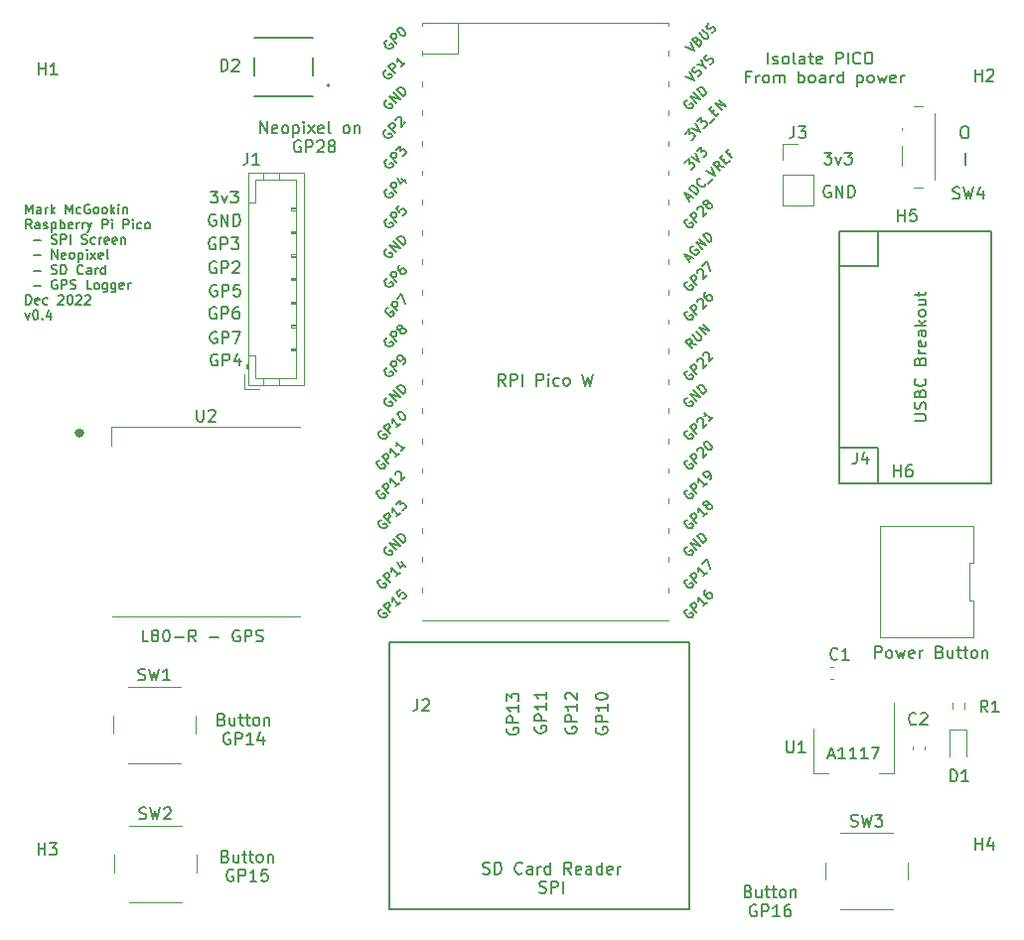
<source format=gbr>
%TF.GenerationSoftware,KiCad,Pcbnew,(6.0.7-1)-1*%
%TF.CreationDate,2023-01-01T12:44:41+00:00*%
%TF.ProjectId,pico-gps-datalogger,7069636f-2d67-4707-932d-646174616c6f,rev?*%
%TF.SameCoordinates,Original*%
%TF.FileFunction,Legend,Top*%
%TF.FilePolarity,Positive*%
%FSLAX46Y46*%
G04 Gerber Fmt 4.6, Leading zero omitted, Abs format (unit mm)*
G04 Created by KiCad (PCBNEW (6.0.7-1)-1) date 2023-01-01 12:44:41*
%MOMM*%
%LPD*%
G01*
G04 APERTURE LIST*
%ADD10C,0.150000*%
%ADD11C,0.200000*%
%ADD12C,0.500000*%
%ADD13C,0.120000*%
%ADD14C,0.127000*%
G04 APERTURE END LIST*
D10*
X126340000Y-121640000D02*
X151870000Y-121640000D01*
X151870000Y-121640000D02*
X151870000Y-144440000D01*
X151870000Y-144440000D02*
X126340000Y-144440000D01*
X126340000Y-144440000D02*
X126340000Y-121640000D01*
X164650000Y-86590000D02*
X168020000Y-86590000D01*
X168020000Y-86590000D02*
X168020000Y-89590000D01*
X168020000Y-89590000D02*
X164650000Y-89590000D01*
X164650000Y-89590000D02*
X164650000Y-86590000D01*
X164650000Y-86590000D02*
X177650000Y-86590000D01*
X177650000Y-86590000D02*
X177650000Y-108090000D01*
X177650000Y-108090000D02*
X164650000Y-108090000D01*
X164650000Y-108090000D02*
X164650000Y-86590000D01*
X164650000Y-105090000D02*
X168020000Y-105090000D01*
X168020000Y-105090000D02*
X168020000Y-108090000D01*
X168020000Y-108090000D02*
X164650000Y-108090000D01*
X164650000Y-108090000D02*
X164650000Y-105090000D01*
X163429523Y-79882380D02*
X164048571Y-79882380D01*
X163715238Y-80263333D01*
X163858095Y-80263333D01*
X163953333Y-80310952D01*
X164000952Y-80358571D01*
X164048571Y-80453809D01*
X164048571Y-80691904D01*
X164000952Y-80787142D01*
X163953333Y-80834761D01*
X163858095Y-80882380D01*
X163572380Y-80882380D01*
X163477142Y-80834761D01*
X163429523Y-80787142D01*
X164381904Y-80215714D02*
X164620000Y-80882380D01*
X164858095Y-80215714D01*
X165143809Y-79882380D02*
X165762857Y-79882380D01*
X165429523Y-80263333D01*
X165572380Y-80263333D01*
X165667619Y-80310952D01*
X165715238Y-80358571D01*
X165762857Y-80453809D01*
X165762857Y-80691904D01*
X165715238Y-80787142D01*
X165667619Y-80834761D01*
X165572380Y-80882380D01*
X165286666Y-80882380D01*
X165191428Y-80834761D01*
X165143809Y-80787142D01*
X111099523Y-83182380D02*
X111718571Y-83182380D01*
X111385238Y-83563333D01*
X111528095Y-83563333D01*
X111623333Y-83610952D01*
X111670952Y-83658571D01*
X111718571Y-83753809D01*
X111718571Y-83991904D01*
X111670952Y-84087142D01*
X111623333Y-84134761D01*
X111528095Y-84182380D01*
X111242380Y-84182380D01*
X111147142Y-84134761D01*
X111099523Y-84087142D01*
X112051904Y-83515714D02*
X112290000Y-84182380D01*
X112528095Y-83515714D01*
X112813809Y-83182380D02*
X113432857Y-83182380D01*
X113099523Y-83563333D01*
X113242380Y-83563333D01*
X113337619Y-83610952D01*
X113385238Y-83658571D01*
X113432857Y-83753809D01*
X113432857Y-83991904D01*
X113385238Y-84087142D01*
X113337619Y-84134761D01*
X113242380Y-84182380D01*
X112956666Y-84182380D01*
X112861428Y-84134761D01*
X112813809Y-84087142D01*
X111615714Y-91190000D02*
X111520476Y-91142380D01*
X111377619Y-91142380D01*
X111234761Y-91190000D01*
X111139523Y-91285238D01*
X111091904Y-91380476D01*
X111044285Y-91570952D01*
X111044285Y-91713809D01*
X111091904Y-91904285D01*
X111139523Y-91999523D01*
X111234761Y-92094761D01*
X111377619Y-92142380D01*
X111472857Y-92142380D01*
X111615714Y-92094761D01*
X111663333Y-92047142D01*
X111663333Y-91713809D01*
X111472857Y-91713809D01*
X112091904Y-92142380D02*
X112091904Y-91142380D01*
X112472857Y-91142380D01*
X112568095Y-91190000D01*
X112615714Y-91237619D01*
X112663333Y-91332857D01*
X112663333Y-91475714D01*
X112615714Y-91570952D01*
X112568095Y-91618571D01*
X112472857Y-91666190D01*
X112091904Y-91666190D01*
X113568095Y-91142380D02*
X113091904Y-91142380D01*
X113044285Y-91618571D01*
X113091904Y-91570952D01*
X113187142Y-91523333D01*
X113425238Y-91523333D01*
X113520476Y-91570952D01*
X113568095Y-91618571D01*
X113615714Y-91713809D01*
X113615714Y-91951904D01*
X113568095Y-92047142D01*
X113520476Y-92094761D01*
X113425238Y-92142380D01*
X113187142Y-92142380D01*
X113091904Y-92094761D01*
X113044285Y-92047142D01*
D11*
X112362857Y-139893571D02*
X112505714Y-139941190D01*
X112553333Y-139988809D01*
X112600952Y-140084047D01*
X112600952Y-140226904D01*
X112553333Y-140322142D01*
X112505714Y-140369761D01*
X112410476Y-140417380D01*
X112029523Y-140417380D01*
X112029523Y-139417380D01*
X112362857Y-139417380D01*
X112458095Y-139465000D01*
X112505714Y-139512619D01*
X112553333Y-139607857D01*
X112553333Y-139703095D01*
X112505714Y-139798333D01*
X112458095Y-139845952D01*
X112362857Y-139893571D01*
X112029523Y-139893571D01*
X113458095Y-139750714D02*
X113458095Y-140417380D01*
X113029523Y-139750714D02*
X113029523Y-140274523D01*
X113077142Y-140369761D01*
X113172380Y-140417380D01*
X113315238Y-140417380D01*
X113410476Y-140369761D01*
X113458095Y-140322142D01*
X113791428Y-139750714D02*
X114172380Y-139750714D01*
X113934285Y-139417380D02*
X113934285Y-140274523D01*
X113981904Y-140369761D01*
X114077142Y-140417380D01*
X114172380Y-140417380D01*
X114362857Y-139750714D02*
X114743809Y-139750714D01*
X114505714Y-139417380D02*
X114505714Y-140274523D01*
X114553333Y-140369761D01*
X114648571Y-140417380D01*
X114743809Y-140417380D01*
X115220000Y-140417380D02*
X115124761Y-140369761D01*
X115077142Y-140322142D01*
X115029523Y-140226904D01*
X115029523Y-139941190D01*
X115077142Y-139845952D01*
X115124761Y-139798333D01*
X115220000Y-139750714D01*
X115362857Y-139750714D01*
X115458095Y-139798333D01*
X115505714Y-139845952D01*
X115553333Y-139941190D01*
X115553333Y-140226904D01*
X115505714Y-140322142D01*
X115458095Y-140369761D01*
X115362857Y-140417380D01*
X115220000Y-140417380D01*
X115981904Y-139750714D02*
X115981904Y-140417380D01*
X115981904Y-139845952D02*
X116029523Y-139798333D01*
X116124761Y-139750714D01*
X116267619Y-139750714D01*
X116362857Y-139798333D01*
X116410476Y-139893571D01*
X116410476Y-140417380D01*
X113029523Y-141075000D02*
X112934285Y-141027380D01*
X112791428Y-141027380D01*
X112648571Y-141075000D01*
X112553333Y-141170238D01*
X112505714Y-141265476D01*
X112458095Y-141455952D01*
X112458095Y-141598809D01*
X112505714Y-141789285D01*
X112553333Y-141884523D01*
X112648571Y-141979761D01*
X112791428Y-142027380D01*
X112886666Y-142027380D01*
X113029523Y-141979761D01*
X113077142Y-141932142D01*
X113077142Y-141598809D01*
X112886666Y-141598809D01*
X113505714Y-142027380D02*
X113505714Y-141027380D01*
X113886666Y-141027380D01*
X113981904Y-141075000D01*
X114029523Y-141122619D01*
X114077142Y-141217857D01*
X114077142Y-141360714D01*
X114029523Y-141455952D01*
X113981904Y-141503571D01*
X113886666Y-141551190D01*
X113505714Y-141551190D01*
X115029523Y-142027380D02*
X114458095Y-142027380D01*
X114743809Y-142027380D02*
X114743809Y-141027380D01*
X114648571Y-141170238D01*
X114553333Y-141265476D01*
X114458095Y-141313095D01*
X115934285Y-141027380D02*
X115458095Y-141027380D01*
X115410476Y-141503571D01*
X115458095Y-141455952D01*
X115553333Y-141408333D01*
X115791428Y-141408333D01*
X115886666Y-141455952D01*
X115934285Y-141503571D01*
X115981904Y-141598809D01*
X115981904Y-141836904D01*
X115934285Y-141932142D01*
X115886666Y-141979761D01*
X115791428Y-142027380D01*
X115553333Y-142027380D01*
X115458095Y-141979761D01*
X115410476Y-141932142D01*
D10*
X163928095Y-82740000D02*
X163832857Y-82692380D01*
X163690000Y-82692380D01*
X163547142Y-82740000D01*
X163451904Y-82835238D01*
X163404285Y-82930476D01*
X163356666Y-83120952D01*
X163356666Y-83263809D01*
X163404285Y-83454285D01*
X163451904Y-83549523D01*
X163547142Y-83644761D01*
X163690000Y-83692380D01*
X163785238Y-83692380D01*
X163928095Y-83644761D01*
X163975714Y-83597142D01*
X163975714Y-83263809D01*
X163785238Y-83263809D01*
X164404285Y-83692380D02*
X164404285Y-82692380D01*
X164975714Y-83692380D01*
X164975714Y-82692380D01*
X165451904Y-83692380D02*
X165451904Y-82692380D01*
X165690000Y-82692380D01*
X165832857Y-82740000D01*
X165928095Y-82835238D01*
X165975714Y-82930476D01*
X166023333Y-83120952D01*
X166023333Y-83263809D01*
X165975714Y-83454285D01*
X165928095Y-83549523D01*
X165832857Y-83644761D01*
X165690000Y-83692380D01*
X165451904Y-83692380D01*
X134326666Y-141379761D02*
X134469523Y-141427380D01*
X134707619Y-141427380D01*
X134802857Y-141379761D01*
X134850476Y-141332142D01*
X134898095Y-141236904D01*
X134898095Y-141141666D01*
X134850476Y-141046428D01*
X134802857Y-140998809D01*
X134707619Y-140951190D01*
X134517142Y-140903571D01*
X134421904Y-140855952D01*
X134374285Y-140808333D01*
X134326666Y-140713095D01*
X134326666Y-140617857D01*
X134374285Y-140522619D01*
X134421904Y-140475000D01*
X134517142Y-140427380D01*
X134755238Y-140427380D01*
X134898095Y-140475000D01*
X135326666Y-141427380D02*
X135326666Y-140427380D01*
X135564761Y-140427380D01*
X135707619Y-140475000D01*
X135802857Y-140570238D01*
X135850476Y-140665476D01*
X135898095Y-140855952D01*
X135898095Y-140998809D01*
X135850476Y-141189285D01*
X135802857Y-141284523D01*
X135707619Y-141379761D01*
X135564761Y-141427380D01*
X135326666Y-141427380D01*
X137660000Y-141332142D02*
X137612380Y-141379761D01*
X137469523Y-141427380D01*
X137374285Y-141427380D01*
X137231428Y-141379761D01*
X137136190Y-141284523D01*
X137088571Y-141189285D01*
X137040952Y-140998809D01*
X137040952Y-140855952D01*
X137088571Y-140665476D01*
X137136190Y-140570238D01*
X137231428Y-140475000D01*
X137374285Y-140427380D01*
X137469523Y-140427380D01*
X137612380Y-140475000D01*
X137660000Y-140522619D01*
X138517142Y-141427380D02*
X138517142Y-140903571D01*
X138469523Y-140808333D01*
X138374285Y-140760714D01*
X138183809Y-140760714D01*
X138088571Y-140808333D01*
X138517142Y-141379761D02*
X138421904Y-141427380D01*
X138183809Y-141427380D01*
X138088571Y-141379761D01*
X138040952Y-141284523D01*
X138040952Y-141189285D01*
X138088571Y-141094047D01*
X138183809Y-141046428D01*
X138421904Y-141046428D01*
X138517142Y-140998809D01*
X138993333Y-141427380D02*
X138993333Y-140760714D01*
X138993333Y-140951190D02*
X139040952Y-140855952D01*
X139088571Y-140808333D01*
X139183809Y-140760714D01*
X139279047Y-140760714D01*
X140040952Y-141427380D02*
X140040952Y-140427380D01*
X140040952Y-141379761D02*
X139945714Y-141427380D01*
X139755238Y-141427380D01*
X139660000Y-141379761D01*
X139612380Y-141332142D01*
X139564761Y-141236904D01*
X139564761Y-140951190D01*
X139612380Y-140855952D01*
X139660000Y-140808333D01*
X139755238Y-140760714D01*
X139945714Y-140760714D01*
X140040952Y-140808333D01*
X141850476Y-141427380D02*
X141517142Y-140951190D01*
X141279047Y-141427380D02*
X141279047Y-140427380D01*
X141660000Y-140427380D01*
X141755238Y-140475000D01*
X141802857Y-140522619D01*
X141850476Y-140617857D01*
X141850476Y-140760714D01*
X141802857Y-140855952D01*
X141755238Y-140903571D01*
X141660000Y-140951190D01*
X141279047Y-140951190D01*
X142660000Y-141379761D02*
X142564761Y-141427380D01*
X142374285Y-141427380D01*
X142279047Y-141379761D01*
X142231428Y-141284523D01*
X142231428Y-140903571D01*
X142279047Y-140808333D01*
X142374285Y-140760714D01*
X142564761Y-140760714D01*
X142660000Y-140808333D01*
X142707619Y-140903571D01*
X142707619Y-140998809D01*
X142231428Y-141094047D01*
X143564761Y-141427380D02*
X143564761Y-140903571D01*
X143517142Y-140808333D01*
X143421904Y-140760714D01*
X143231428Y-140760714D01*
X143136190Y-140808333D01*
X143564761Y-141379761D02*
X143469523Y-141427380D01*
X143231428Y-141427380D01*
X143136190Y-141379761D01*
X143088571Y-141284523D01*
X143088571Y-141189285D01*
X143136190Y-141094047D01*
X143231428Y-141046428D01*
X143469523Y-141046428D01*
X143564761Y-140998809D01*
X144469523Y-141427380D02*
X144469523Y-140427380D01*
X144469523Y-141379761D02*
X144374285Y-141427380D01*
X144183809Y-141427380D01*
X144088571Y-141379761D01*
X144040952Y-141332142D01*
X143993333Y-141236904D01*
X143993333Y-140951190D01*
X144040952Y-140855952D01*
X144088571Y-140808333D01*
X144183809Y-140760714D01*
X144374285Y-140760714D01*
X144469523Y-140808333D01*
X145326666Y-141379761D02*
X145231428Y-141427380D01*
X145040952Y-141427380D01*
X144945714Y-141379761D01*
X144898095Y-141284523D01*
X144898095Y-140903571D01*
X144945714Y-140808333D01*
X145040952Y-140760714D01*
X145231428Y-140760714D01*
X145326666Y-140808333D01*
X145374285Y-140903571D01*
X145374285Y-140998809D01*
X144898095Y-141094047D01*
X145802857Y-141427380D02*
X145802857Y-140760714D01*
X145802857Y-140951190D02*
X145850476Y-140855952D01*
X145898095Y-140808333D01*
X145993333Y-140760714D01*
X146088571Y-140760714D01*
X139136190Y-142989761D02*
X139279047Y-143037380D01*
X139517142Y-143037380D01*
X139612380Y-142989761D01*
X139660000Y-142942142D01*
X139707619Y-142846904D01*
X139707619Y-142751666D01*
X139660000Y-142656428D01*
X139612380Y-142608809D01*
X139517142Y-142561190D01*
X139326666Y-142513571D01*
X139231428Y-142465952D01*
X139183809Y-142418333D01*
X139136190Y-142323095D01*
X139136190Y-142227857D01*
X139183809Y-142132619D01*
X139231428Y-142085000D01*
X139326666Y-142037380D01*
X139564761Y-142037380D01*
X139707619Y-142085000D01*
X140136190Y-143037380D02*
X140136190Y-142037380D01*
X140517142Y-142037380D01*
X140612380Y-142085000D01*
X140660000Y-142132619D01*
X140707619Y-142227857D01*
X140707619Y-142370714D01*
X140660000Y-142465952D01*
X140612380Y-142513571D01*
X140517142Y-142561190D01*
X140136190Y-142561190D01*
X141136190Y-143037380D02*
X141136190Y-142037380D01*
X143990000Y-128930476D02*
X143942380Y-129025714D01*
X143942380Y-129168571D01*
X143990000Y-129311428D01*
X144085238Y-129406666D01*
X144180476Y-129454285D01*
X144370952Y-129501904D01*
X144513809Y-129501904D01*
X144704285Y-129454285D01*
X144799523Y-129406666D01*
X144894761Y-129311428D01*
X144942380Y-129168571D01*
X144942380Y-129073333D01*
X144894761Y-128930476D01*
X144847142Y-128882857D01*
X144513809Y-128882857D01*
X144513809Y-129073333D01*
X144942380Y-128454285D02*
X143942380Y-128454285D01*
X143942380Y-128073333D01*
X143990000Y-127978095D01*
X144037619Y-127930476D01*
X144132857Y-127882857D01*
X144275714Y-127882857D01*
X144370952Y-127930476D01*
X144418571Y-127978095D01*
X144466190Y-128073333D01*
X144466190Y-128454285D01*
X144942380Y-126930476D02*
X144942380Y-127501904D01*
X144942380Y-127216190D02*
X143942380Y-127216190D01*
X144085238Y-127311428D01*
X144180476Y-127406666D01*
X144228095Y-127501904D01*
X143942380Y-126311428D02*
X143942380Y-126216190D01*
X143990000Y-126120952D01*
X144037619Y-126073333D01*
X144132857Y-126025714D01*
X144323333Y-125978095D01*
X144561428Y-125978095D01*
X144751904Y-126025714D01*
X144847142Y-126073333D01*
X144894761Y-126120952D01*
X144942380Y-126216190D01*
X144942380Y-126311428D01*
X144894761Y-126406666D01*
X144847142Y-126454285D01*
X144751904Y-126501904D01*
X144561428Y-126549523D01*
X144323333Y-126549523D01*
X144132857Y-126501904D01*
X144037619Y-126454285D01*
X143990000Y-126406666D01*
X143942380Y-126311428D01*
D11*
X112062857Y-128213571D02*
X112205714Y-128261190D01*
X112253333Y-128308809D01*
X112300952Y-128404047D01*
X112300952Y-128546904D01*
X112253333Y-128642142D01*
X112205714Y-128689761D01*
X112110476Y-128737380D01*
X111729523Y-128737380D01*
X111729523Y-127737380D01*
X112062857Y-127737380D01*
X112158095Y-127785000D01*
X112205714Y-127832619D01*
X112253333Y-127927857D01*
X112253333Y-128023095D01*
X112205714Y-128118333D01*
X112158095Y-128165952D01*
X112062857Y-128213571D01*
X111729523Y-128213571D01*
X113158095Y-128070714D02*
X113158095Y-128737380D01*
X112729523Y-128070714D02*
X112729523Y-128594523D01*
X112777142Y-128689761D01*
X112872380Y-128737380D01*
X113015238Y-128737380D01*
X113110476Y-128689761D01*
X113158095Y-128642142D01*
X113491428Y-128070714D02*
X113872380Y-128070714D01*
X113634285Y-127737380D02*
X113634285Y-128594523D01*
X113681904Y-128689761D01*
X113777142Y-128737380D01*
X113872380Y-128737380D01*
X114062857Y-128070714D02*
X114443809Y-128070714D01*
X114205714Y-127737380D02*
X114205714Y-128594523D01*
X114253333Y-128689761D01*
X114348571Y-128737380D01*
X114443809Y-128737380D01*
X114920000Y-128737380D02*
X114824761Y-128689761D01*
X114777142Y-128642142D01*
X114729523Y-128546904D01*
X114729523Y-128261190D01*
X114777142Y-128165952D01*
X114824761Y-128118333D01*
X114920000Y-128070714D01*
X115062857Y-128070714D01*
X115158095Y-128118333D01*
X115205714Y-128165952D01*
X115253333Y-128261190D01*
X115253333Y-128546904D01*
X115205714Y-128642142D01*
X115158095Y-128689761D01*
X115062857Y-128737380D01*
X114920000Y-128737380D01*
X115681904Y-128070714D02*
X115681904Y-128737380D01*
X115681904Y-128165952D02*
X115729523Y-128118333D01*
X115824761Y-128070714D01*
X115967619Y-128070714D01*
X116062857Y-128118333D01*
X116110476Y-128213571D01*
X116110476Y-128737380D01*
X112729523Y-129395000D02*
X112634285Y-129347380D01*
X112491428Y-129347380D01*
X112348571Y-129395000D01*
X112253333Y-129490238D01*
X112205714Y-129585476D01*
X112158095Y-129775952D01*
X112158095Y-129918809D01*
X112205714Y-130109285D01*
X112253333Y-130204523D01*
X112348571Y-130299761D01*
X112491428Y-130347380D01*
X112586666Y-130347380D01*
X112729523Y-130299761D01*
X112777142Y-130252142D01*
X112777142Y-129918809D01*
X112586666Y-129918809D01*
X113205714Y-130347380D02*
X113205714Y-129347380D01*
X113586666Y-129347380D01*
X113681904Y-129395000D01*
X113729523Y-129442619D01*
X113777142Y-129537857D01*
X113777142Y-129680714D01*
X113729523Y-129775952D01*
X113681904Y-129823571D01*
X113586666Y-129871190D01*
X113205714Y-129871190D01*
X114729523Y-130347380D02*
X114158095Y-130347380D01*
X114443809Y-130347380D02*
X114443809Y-129347380D01*
X114348571Y-129490238D01*
X114253333Y-129585476D01*
X114158095Y-129633095D01*
X115586666Y-129680714D02*
X115586666Y-130347380D01*
X115348571Y-129299761D02*
X115110476Y-130014047D01*
X115729523Y-130014047D01*
D10*
X141380000Y-128890476D02*
X141332380Y-128985714D01*
X141332380Y-129128571D01*
X141380000Y-129271428D01*
X141475238Y-129366666D01*
X141570476Y-129414285D01*
X141760952Y-129461904D01*
X141903809Y-129461904D01*
X142094285Y-129414285D01*
X142189523Y-129366666D01*
X142284761Y-129271428D01*
X142332380Y-129128571D01*
X142332380Y-129033333D01*
X142284761Y-128890476D01*
X142237142Y-128842857D01*
X141903809Y-128842857D01*
X141903809Y-129033333D01*
X142332380Y-128414285D02*
X141332380Y-128414285D01*
X141332380Y-128033333D01*
X141380000Y-127938095D01*
X141427619Y-127890476D01*
X141522857Y-127842857D01*
X141665714Y-127842857D01*
X141760952Y-127890476D01*
X141808571Y-127938095D01*
X141856190Y-128033333D01*
X141856190Y-128414285D01*
X142332380Y-126890476D02*
X142332380Y-127461904D01*
X142332380Y-127176190D02*
X141332380Y-127176190D01*
X141475238Y-127271428D01*
X141570476Y-127366666D01*
X141618095Y-127461904D01*
X141427619Y-126509523D02*
X141380000Y-126461904D01*
X141332380Y-126366666D01*
X141332380Y-126128571D01*
X141380000Y-126033333D01*
X141427619Y-125985714D01*
X141522857Y-125938095D01*
X141618095Y-125938095D01*
X141760952Y-125985714D01*
X142332380Y-126557142D01*
X142332380Y-125938095D01*
X138780000Y-128830476D02*
X138732380Y-128925714D01*
X138732380Y-129068571D01*
X138780000Y-129211428D01*
X138875238Y-129306666D01*
X138970476Y-129354285D01*
X139160952Y-129401904D01*
X139303809Y-129401904D01*
X139494285Y-129354285D01*
X139589523Y-129306666D01*
X139684761Y-129211428D01*
X139732380Y-129068571D01*
X139732380Y-128973333D01*
X139684761Y-128830476D01*
X139637142Y-128782857D01*
X139303809Y-128782857D01*
X139303809Y-128973333D01*
X139732380Y-128354285D02*
X138732380Y-128354285D01*
X138732380Y-127973333D01*
X138780000Y-127878095D01*
X138827619Y-127830476D01*
X138922857Y-127782857D01*
X139065714Y-127782857D01*
X139160952Y-127830476D01*
X139208571Y-127878095D01*
X139256190Y-127973333D01*
X139256190Y-128354285D01*
X139732380Y-126830476D02*
X139732380Y-127401904D01*
X139732380Y-127116190D02*
X138732380Y-127116190D01*
X138875238Y-127211428D01*
X138970476Y-127306666D01*
X139018095Y-127401904D01*
X139732380Y-125878095D02*
X139732380Y-126449523D01*
X139732380Y-126163809D02*
X138732380Y-126163809D01*
X138875238Y-126259047D01*
X138970476Y-126354285D01*
X139018095Y-126449523D01*
X111528095Y-85180000D02*
X111432857Y-85132380D01*
X111290000Y-85132380D01*
X111147142Y-85180000D01*
X111051904Y-85275238D01*
X111004285Y-85370476D01*
X110956666Y-85560952D01*
X110956666Y-85703809D01*
X111004285Y-85894285D01*
X111051904Y-85989523D01*
X111147142Y-86084761D01*
X111290000Y-86132380D01*
X111385238Y-86132380D01*
X111528095Y-86084761D01*
X111575714Y-86037142D01*
X111575714Y-85703809D01*
X111385238Y-85703809D01*
X112004285Y-86132380D02*
X112004285Y-85132380D01*
X112575714Y-86132380D01*
X112575714Y-85132380D01*
X113051904Y-86132380D02*
X113051904Y-85132380D01*
X113290000Y-85132380D01*
X113432857Y-85180000D01*
X113528095Y-85275238D01*
X113575714Y-85370476D01*
X113623333Y-85560952D01*
X113623333Y-85703809D01*
X113575714Y-85894285D01*
X113528095Y-85989523D01*
X113432857Y-86084761D01*
X113290000Y-86132380D01*
X113051904Y-86132380D01*
X95377976Y-85093904D02*
X95377976Y-84293904D01*
X95644642Y-84865333D01*
X95911309Y-84293904D01*
X95911309Y-85093904D01*
X96635119Y-85093904D02*
X96635119Y-84674857D01*
X96597023Y-84598666D01*
X96520833Y-84560571D01*
X96368452Y-84560571D01*
X96292261Y-84598666D01*
X96635119Y-85055809D02*
X96558928Y-85093904D01*
X96368452Y-85093904D01*
X96292261Y-85055809D01*
X96254166Y-84979619D01*
X96254166Y-84903428D01*
X96292261Y-84827238D01*
X96368452Y-84789142D01*
X96558928Y-84789142D01*
X96635119Y-84751047D01*
X97016071Y-85093904D02*
X97016071Y-84560571D01*
X97016071Y-84712952D02*
X97054166Y-84636761D01*
X97092261Y-84598666D01*
X97168452Y-84560571D01*
X97244642Y-84560571D01*
X97511309Y-85093904D02*
X97511309Y-84293904D01*
X97587500Y-84789142D02*
X97816071Y-85093904D01*
X97816071Y-84560571D02*
X97511309Y-84865333D01*
X98768452Y-85093904D02*
X98768452Y-84293904D01*
X99035119Y-84865333D01*
X99301785Y-84293904D01*
X99301785Y-85093904D01*
X100025595Y-85055809D02*
X99949404Y-85093904D01*
X99797023Y-85093904D01*
X99720833Y-85055809D01*
X99682738Y-85017714D01*
X99644642Y-84941523D01*
X99644642Y-84712952D01*
X99682738Y-84636761D01*
X99720833Y-84598666D01*
X99797023Y-84560571D01*
X99949404Y-84560571D01*
X100025595Y-84598666D01*
X100787500Y-84332000D02*
X100711309Y-84293904D01*
X100597023Y-84293904D01*
X100482738Y-84332000D01*
X100406547Y-84408190D01*
X100368452Y-84484380D01*
X100330357Y-84636761D01*
X100330357Y-84751047D01*
X100368452Y-84903428D01*
X100406547Y-84979619D01*
X100482738Y-85055809D01*
X100597023Y-85093904D01*
X100673214Y-85093904D01*
X100787500Y-85055809D01*
X100825595Y-85017714D01*
X100825595Y-84751047D01*
X100673214Y-84751047D01*
X101282738Y-85093904D02*
X101206547Y-85055809D01*
X101168452Y-85017714D01*
X101130357Y-84941523D01*
X101130357Y-84712952D01*
X101168452Y-84636761D01*
X101206547Y-84598666D01*
X101282738Y-84560571D01*
X101397023Y-84560571D01*
X101473214Y-84598666D01*
X101511309Y-84636761D01*
X101549404Y-84712952D01*
X101549404Y-84941523D01*
X101511309Y-85017714D01*
X101473214Y-85055809D01*
X101397023Y-85093904D01*
X101282738Y-85093904D01*
X102006547Y-85093904D02*
X101930357Y-85055809D01*
X101892261Y-85017714D01*
X101854166Y-84941523D01*
X101854166Y-84712952D01*
X101892261Y-84636761D01*
X101930357Y-84598666D01*
X102006547Y-84560571D01*
X102120833Y-84560571D01*
X102197023Y-84598666D01*
X102235119Y-84636761D01*
X102273214Y-84712952D01*
X102273214Y-84941523D01*
X102235119Y-85017714D01*
X102197023Y-85055809D01*
X102120833Y-85093904D01*
X102006547Y-85093904D01*
X102616071Y-85093904D02*
X102616071Y-84293904D01*
X102692261Y-84789142D02*
X102920833Y-85093904D01*
X102920833Y-84560571D02*
X102616071Y-84865333D01*
X103263690Y-85093904D02*
X103263690Y-84560571D01*
X103263690Y-84293904D02*
X103225595Y-84332000D01*
X103263690Y-84370095D01*
X103301785Y-84332000D01*
X103263690Y-84293904D01*
X103263690Y-84370095D01*
X103644642Y-84560571D02*
X103644642Y-85093904D01*
X103644642Y-84636761D02*
X103682738Y-84598666D01*
X103758928Y-84560571D01*
X103873214Y-84560571D01*
X103949404Y-84598666D01*
X103987500Y-84674857D01*
X103987500Y-85093904D01*
X95835119Y-86381904D02*
X95568452Y-86000952D01*
X95377976Y-86381904D02*
X95377976Y-85581904D01*
X95682738Y-85581904D01*
X95758928Y-85620000D01*
X95797023Y-85658095D01*
X95835119Y-85734285D01*
X95835119Y-85848571D01*
X95797023Y-85924761D01*
X95758928Y-85962857D01*
X95682738Y-86000952D01*
X95377976Y-86000952D01*
X96520833Y-86381904D02*
X96520833Y-85962857D01*
X96482738Y-85886666D01*
X96406547Y-85848571D01*
X96254166Y-85848571D01*
X96177976Y-85886666D01*
X96520833Y-86343809D02*
X96444642Y-86381904D01*
X96254166Y-86381904D01*
X96177976Y-86343809D01*
X96139880Y-86267619D01*
X96139880Y-86191428D01*
X96177976Y-86115238D01*
X96254166Y-86077142D01*
X96444642Y-86077142D01*
X96520833Y-86039047D01*
X96863690Y-86343809D02*
X96939880Y-86381904D01*
X97092261Y-86381904D01*
X97168452Y-86343809D01*
X97206547Y-86267619D01*
X97206547Y-86229523D01*
X97168452Y-86153333D01*
X97092261Y-86115238D01*
X96977976Y-86115238D01*
X96901785Y-86077142D01*
X96863690Y-86000952D01*
X96863690Y-85962857D01*
X96901785Y-85886666D01*
X96977976Y-85848571D01*
X97092261Y-85848571D01*
X97168452Y-85886666D01*
X97549404Y-85848571D02*
X97549404Y-86648571D01*
X97549404Y-85886666D02*
X97625595Y-85848571D01*
X97777976Y-85848571D01*
X97854166Y-85886666D01*
X97892261Y-85924761D01*
X97930357Y-86000952D01*
X97930357Y-86229523D01*
X97892261Y-86305714D01*
X97854166Y-86343809D01*
X97777976Y-86381904D01*
X97625595Y-86381904D01*
X97549404Y-86343809D01*
X98273214Y-86381904D02*
X98273214Y-85581904D01*
X98273214Y-85886666D02*
X98349404Y-85848571D01*
X98501785Y-85848571D01*
X98577976Y-85886666D01*
X98616071Y-85924761D01*
X98654166Y-86000952D01*
X98654166Y-86229523D01*
X98616071Y-86305714D01*
X98577976Y-86343809D01*
X98501785Y-86381904D01*
X98349404Y-86381904D01*
X98273214Y-86343809D01*
X99301785Y-86343809D02*
X99225595Y-86381904D01*
X99073214Y-86381904D01*
X98997023Y-86343809D01*
X98958928Y-86267619D01*
X98958928Y-85962857D01*
X98997023Y-85886666D01*
X99073214Y-85848571D01*
X99225595Y-85848571D01*
X99301785Y-85886666D01*
X99339880Y-85962857D01*
X99339880Y-86039047D01*
X98958928Y-86115238D01*
X99682738Y-86381904D02*
X99682738Y-85848571D01*
X99682738Y-86000952D02*
X99720833Y-85924761D01*
X99758928Y-85886666D01*
X99835119Y-85848571D01*
X99911309Y-85848571D01*
X100177976Y-86381904D02*
X100177976Y-85848571D01*
X100177976Y-86000952D02*
X100216071Y-85924761D01*
X100254166Y-85886666D01*
X100330357Y-85848571D01*
X100406547Y-85848571D01*
X100597023Y-85848571D02*
X100787500Y-86381904D01*
X100977976Y-85848571D02*
X100787500Y-86381904D01*
X100711309Y-86572380D01*
X100673214Y-86610476D01*
X100597023Y-86648571D01*
X101892261Y-86381904D02*
X101892261Y-85581904D01*
X102197023Y-85581904D01*
X102273214Y-85620000D01*
X102311309Y-85658095D01*
X102349404Y-85734285D01*
X102349404Y-85848571D01*
X102311309Y-85924761D01*
X102273214Y-85962857D01*
X102197023Y-86000952D01*
X101892261Y-86000952D01*
X102692261Y-86381904D02*
X102692261Y-85848571D01*
X102692261Y-85581904D02*
X102654166Y-85620000D01*
X102692261Y-85658095D01*
X102730357Y-85620000D01*
X102692261Y-85581904D01*
X102692261Y-85658095D01*
X103682738Y-86381904D02*
X103682738Y-85581904D01*
X103987500Y-85581904D01*
X104063690Y-85620000D01*
X104101785Y-85658095D01*
X104139880Y-85734285D01*
X104139880Y-85848571D01*
X104101785Y-85924761D01*
X104063690Y-85962857D01*
X103987500Y-86000952D01*
X103682738Y-86000952D01*
X104482738Y-86381904D02*
X104482738Y-85848571D01*
X104482738Y-85581904D02*
X104444642Y-85620000D01*
X104482738Y-85658095D01*
X104520833Y-85620000D01*
X104482738Y-85581904D01*
X104482738Y-85658095D01*
X105206547Y-86343809D02*
X105130357Y-86381904D01*
X104977976Y-86381904D01*
X104901785Y-86343809D01*
X104863690Y-86305714D01*
X104825595Y-86229523D01*
X104825595Y-86000952D01*
X104863690Y-85924761D01*
X104901785Y-85886666D01*
X104977976Y-85848571D01*
X105130357Y-85848571D01*
X105206547Y-85886666D01*
X105663690Y-86381904D02*
X105587500Y-86343809D01*
X105549404Y-86305714D01*
X105511309Y-86229523D01*
X105511309Y-86000952D01*
X105549404Y-85924761D01*
X105587500Y-85886666D01*
X105663690Y-85848571D01*
X105777976Y-85848571D01*
X105854166Y-85886666D01*
X105892261Y-85924761D01*
X105930357Y-86000952D01*
X105930357Y-86229523D01*
X105892261Y-86305714D01*
X105854166Y-86343809D01*
X105777976Y-86381904D01*
X105663690Y-86381904D01*
X95987500Y-87365142D02*
X96597023Y-87365142D01*
X97549404Y-87631809D02*
X97663690Y-87669904D01*
X97854166Y-87669904D01*
X97930357Y-87631809D01*
X97968452Y-87593714D01*
X98006547Y-87517523D01*
X98006547Y-87441333D01*
X97968452Y-87365142D01*
X97930357Y-87327047D01*
X97854166Y-87288952D01*
X97701785Y-87250857D01*
X97625595Y-87212761D01*
X97587500Y-87174666D01*
X97549404Y-87098476D01*
X97549404Y-87022285D01*
X97587500Y-86946095D01*
X97625595Y-86908000D01*
X97701785Y-86869904D01*
X97892261Y-86869904D01*
X98006547Y-86908000D01*
X98349404Y-87669904D02*
X98349404Y-86869904D01*
X98654166Y-86869904D01*
X98730357Y-86908000D01*
X98768452Y-86946095D01*
X98806547Y-87022285D01*
X98806547Y-87136571D01*
X98768452Y-87212761D01*
X98730357Y-87250857D01*
X98654166Y-87288952D01*
X98349404Y-87288952D01*
X99149404Y-87669904D02*
X99149404Y-86869904D01*
X100101785Y-87631809D02*
X100216071Y-87669904D01*
X100406547Y-87669904D01*
X100482738Y-87631809D01*
X100520833Y-87593714D01*
X100558928Y-87517523D01*
X100558928Y-87441333D01*
X100520833Y-87365142D01*
X100482738Y-87327047D01*
X100406547Y-87288952D01*
X100254166Y-87250857D01*
X100177976Y-87212761D01*
X100139880Y-87174666D01*
X100101785Y-87098476D01*
X100101785Y-87022285D01*
X100139880Y-86946095D01*
X100177976Y-86908000D01*
X100254166Y-86869904D01*
X100444642Y-86869904D01*
X100558928Y-86908000D01*
X101244642Y-87631809D02*
X101168452Y-87669904D01*
X101016071Y-87669904D01*
X100939880Y-87631809D01*
X100901785Y-87593714D01*
X100863690Y-87517523D01*
X100863690Y-87288952D01*
X100901785Y-87212761D01*
X100939880Y-87174666D01*
X101016071Y-87136571D01*
X101168452Y-87136571D01*
X101244642Y-87174666D01*
X101587500Y-87669904D02*
X101587500Y-87136571D01*
X101587500Y-87288952D02*
X101625595Y-87212761D01*
X101663690Y-87174666D01*
X101739880Y-87136571D01*
X101816071Y-87136571D01*
X102387500Y-87631809D02*
X102311309Y-87669904D01*
X102158928Y-87669904D01*
X102082738Y-87631809D01*
X102044642Y-87555619D01*
X102044642Y-87250857D01*
X102082738Y-87174666D01*
X102158928Y-87136571D01*
X102311309Y-87136571D01*
X102387500Y-87174666D01*
X102425595Y-87250857D01*
X102425595Y-87327047D01*
X102044642Y-87403238D01*
X103073214Y-87631809D02*
X102997023Y-87669904D01*
X102844642Y-87669904D01*
X102768452Y-87631809D01*
X102730357Y-87555619D01*
X102730357Y-87250857D01*
X102768452Y-87174666D01*
X102844642Y-87136571D01*
X102997023Y-87136571D01*
X103073214Y-87174666D01*
X103111309Y-87250857D01*
X103111309Y-87327047D01*
X102730357Y-87403238D01*
X103454166Y-87136571D02*
X103454166Y-87669904D01*
X103454166Y-87212761D02*
X103492261Y-87174666D01*
X103568452Y-87136571D01*
X103682738Y-87136571D01*
X103758928Y-87174666D01*
X103797023Y-87250857D01*
X103797023Y-87669904D01*
X95987500Y-88653142D02*
X96597023Y-88653142D01*
X97587500Y-88957904D02*
X97587500Y-88157904D01*
X98044642Y-88957904D01*
X98044642Y-88157904D01*
X98730357Y-88919809D02*
X98654166Y-88957904D01*
X98501785Y-88957904D01*
X98425595Y-88919809D01*
X98387500Y-88843619D01*
X98387500Y-88538857D01*
X98425595Y-88462666D01*
X98501785Y-88424571D01*
X98654166Y-88424571D01*
X98730357Y-88462666D01*
X98768452Y-88538857D01*
X98768452Y-88615047D01*
X98387500Y-88691238D01*
X99225595Y-88957904D02*
X99149404Y-88919809D01*
X99111309Y-88881714D01*
X99073214Y-88805523D01*
X99073214Y-88576952D01*
X99111309Y-88500761D01*
X99149404Y-88462666D01*
X99225595Y-88424571D01*
X99339880Y-88424571D01*
X99416071Y-88462666D01*
X99454166Y-88500761D01*
X99492261Y-88576952D01*
X99492261Y-88805523D01*
X99454166Y-88881714D01*
X99416071Y-88919809D01*
X99339880Y-88957904D01*
X99225595Y-88957904D01*
X99835119Y-88424571D02*
X99835119Y-89224571D01*
X99835119Y-88462666D02*
X99911309Y-88424571D01*
X100063690Y-88424571D01*
X100139880Y-88462666D01*
X100177976Y-88500761D01*
X100216071Y-88576952D01*
X100216071Y-88805523D01*
X100177976Y-88881714D01*
X100139880Y-88919809D01*
X100063690Y-88957904D01*
X99911309Y-88957904D01*
X99835119Y-88919809D01*
X100558928Y-88957904D02*
X100558928Y-88424571D01*
X100558928Y-88157904D02*
X100520833Y-88196000D01*
X100558928Y-88234095D01*
X100597023Y-88196000D01*
X100558928Y-88157904D01*
X100558928Y-88234095D01*
X100863690Y-88957904D02*
X101282738Y-88424571D01*
X100863690Y-88424571D02*
X101282738Y-88957904D01*
X101892261Y-88919809D02*
X101816071Y-88957904D01*
X101663690Y-88957904D01*
X101587500Y-88919809D01*
X101549404Y-88843619D01*
X101549404Y-88538857D01*
X101587500Y-88462666D01*
X101663690Y-88424571D01*
X101816071Y-88424571D01*
X101892261Y-88462666D01*
X101930357Y-88538857D01*
X101930357Y-88615047D01*
X101549404Y-88691238D01*
X102387500Y-88957904D02*
X102311309Y-88919809D01*
X102273214Y-88843619D01*
X102273214Y-88157904D01*
X95987500Y-89941142D02*
X96597023Y-89941142D01*
X97549404Y-90207809D02*
X97663690Y-90245904D01*
X97854166Y-90245904D01*
X97930357Y-90207809D01*
X97968452Y-90169714D01*
X98006547Y-90093523D01*
X98006547Y-90017333D01*
X97968452Y-89941142D01*
X97930357Y-89903047D01*
X97854166Y-89864952D01*
X97701785Y-89826857D01*
X97625595Y-89788761D01*
X97587500Y-89750666D01*
X97549404Y-89674476D01*
X97549404Y-89598285D01*
X97587500Y-89522095D01*
X97625595Y-89484000D01*
X97701785Y-89445904D01*
X97892261Y-89445904D01*
X98006547Y-89484000D01*
X98349404Y-90245904D02*
X98349404Y-89445904D01*
X98539880Y-89445904D01*
X98654166Y-89484000D01*
X98730357Y-89560190D01*
X98768452Y-89636380D01*
X98806547Y-89788761D01*
X98806547Y-89903047D01*
X98768452Y-90055428D01*
X98730357Y-90131619D01*
X98654166Y-90207809D01*
X98539880Y-90245904D01*
X98349404Y-90245904D01*
X100216071Y-90169714D02*
X100177976Y-90207809D01*
X100063690Y-90245904D01*
X99987500Y-90245904D01*
X99873214Y-90207809D01*
X99797023Y-90131619D01*
X99758928Y-90055428D01*
X99720833Y-89903047D01*
X99720833Y-89788761D01*
X99758928Y-89636380D01*
X99797023Y-89560190D01*
X99873214Y-89484000D01*
X99987500Y-89445904D01*
X100063690Y-89445904D01*
X100177976Y-89484000D01*
X100216071Y-89522095D01*
X100901785Y-90245904D02*
X100901785Y-89826857D01*
X100863690Y-89750666D01*
X100787500Y-89712571D01*
X100635119Y-89712571D01*
X100558928Y-89750666D01*
X100901785Y-90207809D02*
X100825595Y-90245904D01*
X100635119Y-90245904D01*
X100558928Y-90207809D01*
X100520833Y-90131619D01*
X100520833Y-90055428D01*
X100558928Y-89979238D01*
X100635119Y-89941142D01*
X100825595Y-89941142D01*
X100901785Y-89903047D01*
X101282738Y-90245904D02*
X101282738Y-89712571D01*
X101282738Y-89864952D02*
X101320833Y-89788761D01*
X101358928Y-89750666D01*
X101435119Y-89712571D01*
X101511309Y-89712571D01*
X102120833Y-90245904D02*
X102120833Y-89445904D01*
X102120833Y-90207809D02*
X102044642Y-90245904D01*
X101892261Y-90245904D01*
X101816071Y-90207809D01*
X101777976Y-90169714D01*
X101739880Y-90093523D01*
X101739880Y-89864952D01*
X101777976Y-89788761D01*
X101816071Y-89750666D01*
X101892261Y-89712571D01*
X102044642Y-89712571D01*
X102120833Y-89750666D01*
X95987500Y-91229142D02*
X96597023Y-91229142D01*
X98006547Y-90772000D02*
X97930357Y-90733904D01*
X97816071Y-90733904D01*
X97701785Y-90772000D01*
X97625595Y-90848190D01*
X97587500Y-90924380D01*
X97549404Y-91076761D01*
X97549404Y-91191047D01*
X97587500Y-91343428D01*
X97625595Y-91419619D01*
X97701785Y-91495809D01*
X97816071Y-91533904D01*
X97892261Y-91533904D01*
X98006547Y-91495809D01*
X98044642Y-91457714D01*
X98044642Y-91191047D01*
X97892261Y-91191047D01*
X98387500Y-91533904D02*
X98387500Y-90733904D01*
X98692261Y-90733904D01*
X98768452Y-90772000D01*
X98806547Y-90810095D01*
X98844642Y-90886285D01*
X98844642Y-91000571D01*
X98806547Y-91076761D01*
X98768452Y-91114857D01*
X98692261Y-91152952D01*
X98387500Y-91152952D01*
X99149404Y-91495809D02*
X99263690Y-91533904D01*
X99454166Y-91533904D01*
X99530357Y-91495809D01*
X99568452Y-91457714D01*
X99606547Y-91381523D01*
X99606547Y-91305333D01*
X99568452Y-91229142D01*
X99530357Y-91191047D01*
X99454166Y-91152952D01*
X99301785Y-91114857D01*
X99225595Y-91076761D01*
X99187500Y-91038666D01*
X99149404Y-90962476D01*
X99149404Y-90886285D01*
X99187500Y-90810095D01*
X99225595Y-90772000D01*
X99301785Y-90733904D01*
X99492261Y-90733904D01*
X99606547Y-90772000D01*
X100939880Y-91533904D02*
X100558928Y-91533904D01*
X100558928Y-90733904D01*
X101320833Y-91533904D02*
X101244642Y-91495809D01*
X101206547Y-91457714D01*
X101168452Y-91381523D01*
X101168452Y-91152952D01*
X101206547Y-91076761D01*
X101244642Y-91038666D01*
X101320833Y-91000571D01*
X101435119Y-91000571D01*
X101511309Y-91038666D01*
X101549404Y-91076761D01*
X101587500Y-91152952D01*
X101587500Y-91381523D01*
X101549404Y-91457714D01*
X101511309Y-91495809D01*
X101435119Y-91533904D01*
X101320833Y-91533904D01*
X102273214Y-91000571D02*
X102273214Y-91648190D01*
X102235119Y-91724380D01*
X102197023Y-91762476D01*
X102120833Y-91800571D01*
X102006547Y-91800571D01*
X101930357Y-91762476D01*
X102273214Y-91495809D02*
X102197023Y-91533904D01*
X102044642Y-91533904D01*
X101968452Y-91495809D01*
X101930357Y-91457714D01*
X101892261Y-91381523D01*
X101892261Y-91152952D01*
X101930357Y-91076761D01*
X101968452Y-91038666D01*
X102044642Y-91000571D01*
X102197023Y-91000571D01*
X102273214Y-91038666D01*
X102997023Y-91000571D02*
X102997023Y-91648190D01*
X102958928Y-91724380D01*
X102920833Y-91762476D01*
X102844642Y-91800571D01*
X102730357Y-91800571D01*
X102654166Y-91762476D01*
X102997023Y-91495809D02*
X102920833Y-91533904D01*
X102768452Y-91533904D01*
X102692261Y-91495809D01*
X102654166Y-91457714D01*
X102616071Y-91381523D01*
X102616071Y-91152952D01*
X102654166Y-91076761D01*
X102692261Y-91038666D01*
X102768452Y-91000571D01*
X102920833Y-91000571D01*
X102997023Y-91038666D01*
X103682738Y-91495809D02*
X103606547Y-91533904D01*
X103454166Y-91533904D01*
X103377976Y-91495809D01*
X103339880Y-91419619D01*
X103339880Y-91114857D01*
X103377976Y-91038666D01*
X103454166Y-91000571D01*
X103606547Y-91000571D01*
X103682738Y-91038666D01*
X103720833Y-91114857D01*
X103720833Y-91191047D01*
X103339880Y-91267238D01*
X104063690Y-91533904D02*
X104063690Y-91000571D01*
X104063690Y-91152952D02*
X104101785Y-91076761D01*
X104139880Y-91038666D01*
X104216071Y-91000571D01*
X104292261Y-91000571D01*
X95377976Y-92821904D02*
X95377976Y-92021904D01*
X95568452Y-92021904D01*
X95682738Y-92060000D01*
X95758928Y-92136190D01*
X95797023Y-92212380D01*
X95835119Y-92364761D01*
X95835119Y-92479047D01*
X95797023Y-92631428D01*
X95758928Y-92707619D01*
X95682738Y-92783809D01*
X95568452Y-92821904D01*
X95377976Y-92821904D01*
X96482738Y-92783809D02*
X96406547Y-92821904D01*
X96254166Y-92821904D01*
X96177976Y-92783809D01*
X96139880Y-92707619D01*
X96139880Y-92402857D01*
X96177976Y-92326666D01*
X96254166Y-92288571D01*
X96406547Y-92288571D01*
X96482738Y-92326666D01*
X96520833Y-92402857D01*
X96520833Y-92479047D01*
X96139880Y-92555238D01*
X97206547Y-92783809D02*
X97130357Y-92821904D01*
X96977976Y-92821904D01*
X96901785Y-92783809D01*
X96863690Y-92745714D01*
X96825595Y-92669523D01*
X96825595Y-92440952D01*
X96863690Y-92364761D01*
X96901785Y-92326666D01*
X96977976Y-92288571D01*
X97130357Y-92288571D01*
X97206547Y-92326666D01*
X98120833Y-92098095D02*
X98158928Y-92060000D01*
X98235119Y-92021904D01*
X98425595Y-92021904D01*
X98501785Y-92060000D01*
X98539880Y-92098095D01*
X98577976Y-92174285D01*
X98577976Y-92250476D01*
X98539880Y-92364761D01*
X98082738Y-92821904D01*
X98577976Y-92821904D01*
X99073214Y-92021904D02*
X99149404Y-92021904D01*
X99225595Y-92060000D01*
X99263690Y-92098095D01*
X99301785Y-92174285D01*
X99339880Y-92326666D01*
X99339880Y-92517142D01*
X99301785Y-92669523D01*
X99263690Y-92745714D01*
X99225595Y-92783809D01*
X99149404Y-92821904D01*
X99073214Y-92821904D01*
X98997023Y-92783809D01*
X98958928Y-92745714D01*
X98920833Y-92669523D01*
X98882738Y-92517142D01*
X98882738Y-92326666D01*
X98920833Y-92174285D01*
X98958928Y-92098095D01*
X98997023Y-92060000D01*
X99073214Y-92021904D01*
X99644642Y-92098095D02*
X99682738Y-92060000D01*
X99758928Y-92021904D01*
X99949404Y-92021904D01*
X100025595Y-92060000D01*
X100063690Y-92098095D01*
X100101785Y-92174285D01*
X100101785Y-92250476D01*
X100063690Y-92364761D01*
X99606547Y-92821904D01*
X100101785Y-92821904D01*
X100406547Y-92098095D02*
X100444642Y-92060000D01*
X100520833Y-92021904D01*
X100711309Y-92021904D01*
X100787500Y-92060000D01*
X100825595Y-92098095D01*
X100863690Y-92174285D01*
X100863690Y-92250476D01*
X100825595Y-92364761D01*
X100368452Y-92821904D01*
X100863690Y-92821904D01*
X95301785Y-93576571D02*
X95492261Y-94109904D01*
X95682738Y-93576571D01*
X96139880Y-93309904D02*
X96216071Y-93309904D01*
X96292261Y-93348000D01*
X96330357Y-93386095D01*
X96368452Y-93462285D01*
X96406547Y-93614666D01*
X96406547Y-93805142D01*
X96368452Y-93957523D01*
X96330357Y-94033714D01*
X96292261Y-94071809D01*
X96216071Y-94109904D01*
X96139880Y-94109904D01*
X96063690Y-94071809D01*
X96025595Y-94033714D01*
X95987500Y-93957523D01*
X95949404Y-93805142D01*
X95949404Y-93614666D01*
X95987500Y-93462285D01*
X96025595Y-93386095D01*
X96063690Y-93348000D01*
X96139880Y-93309904D01*
X96749404Y-94033714D02*
X96787500Y-94071809D01*
X96749404Y-94109904D01*
X96711309Y-94071809D01*
X96749404Y-94033714D01*
X96749404Y-94109904D01*
X97473214Y-93576571D02*
X97473214Y-94109904D01*
X97282738Y-93271809D02*
X97092261Y-93843238D01*
X97587500Y-93843238D01*
X171092380Y-102748571D02*
X171901904Y-102748571D01*
X171997142Y-102700952D01*
X172044761Y-102653333D01*
X172092380Y-102558095D01*
X172092380Y-102367619D01*
X172044761Y-102272380D01*
X171997142Y-102224761D01*
X171901904Y-102177142D01*
X171092380Y-102177142D01*
X172044761Y-101748571D02*
X172092380Y-101605714D01*
X172092380Y-101367619D01*
X172044761Y-101272380D01*
X171997142Y-101224761D01*
X171901904Y-101177142D01*
X171806666Y-101177142D01*
X171711428Y-101224761D01*
X171663809Y-101272380D01*
X171616190Y-101367619D01*
X171568571Y-101558095D01*
X171520952Y-101653333D01*
X171473333Y-101700952D01*
X171378095Y-101748571D01*
X171282857Y-101748571D01*
X171187619Y-101700952D01*
X171140000Y-101653333D01*
X171092380Y-101558095D01*
X171092380Y-101320000D01*
X171140000Y-101177142D01*
X171568571Y-100415238D02*
X171616190Y-100272380D01*
X171663809Y-100224761D01*
X171759047Y-100177142D01*
X171901904Y-100177142D01*
X171997142Y-100224761D01*
X172044761Y-100272380D01*
X172092380Y-100367619D01*
X172092380Y-100748571D01*
X171092380Y-100748571D01*
X171092380Y-100415238D01*
X171140000Y-100320000D01*
X171187619Y-100272380D01*
X171282857Y-100224761D01*
X171378095Y-100224761D01*
X171473333Y-100272380D01*
X171520952Y-100320000D01*
X171568571Y-100415238D01*
X171568571Y-100748571D01*
X171997142Y-99177142D02*
X172044761Y-99224761D01*
X172092380Y-99367619D01*
X172092380Y-99462857D01*
X172044761Y-99605714D01*
X171949523Y-99700952D01*
X171854285Y-99748571D01*
X171663809Y-99796190D01*
X171520952Y-99796190D01*
X171330476Y-99748571D01*
X171235238Y-99700952D01*
X171140000Y-99605714D01*
X171092380Y-99462857D01*
X171092380Y-99367619D01*
X171140000Y-99224761D01*
X171187619Y-99177142D01*
X171568571Y-97653333D02*
X171616190Y-97510476D01*
X171663809Y-97462857D01*
X171759047Y-97415238D01*
X171901904Y-97415238D01*
X171997142Y-97462857D01*
X172044761Y-97510476D01*
X172092380Y-97605714D01*
X172092380Y-97986666D01*
X171092380Y-97986666D01*
X171092380Y-97653333D01*
X171140000Y-97558095D01*
X171187619Y-97510476D01*
X171282857Y-97462857D01*
X171378095Y-97462857D01*
X171473333Y-97510476D01*
X171520952Y-97558095D01*
X171568571Y-97653333D01*
X171568571Y-97986666D01*
X172092380Y-96986666D02*
X171425714Y-96986666D01*
X171616190Y-96986666D02*
X171520952Y-96939047D01*
X171473333Y-96891428D01*
X171425714Y-96796190D01*
X171425714Y-96700952D01*
X172044761Y-95986666D02*
X172092380Y-96081904D01*
X172092380Y-96272380D01*
X172044761Y-96367619D01*
X171949523Y-96415238D01*
X171568571Y-96415238D01*
X171473333Y-96367619D01*
X171425714Y-96272380D01*
X171425714Y-96081904D01*
X171473333Y-95986666D01*
X171568571Y-95939047D01*
X171663809Y-95939047D01*
X171759047Y-96415238D01*
X172092380Y-95081904D02*
X171568571Y-95081904D01*
X171473333Y-95129523D01*
X171425714Y-95224761D01*
X171425714Y-95415238D01*
X171473333Y-95510476D01*
X172044761Y-95081904D02*
X172092380Y-95177142D01*
X172092380Y-95415238D01*
X172044761Y-95510476D01*
X171949523Y-95558095D01*
X171854285Y-95558095D01*
X171759047Y-95510476D01*
X171711428Y-95415238D01*
X171711428Y-95177142D01*
X171663809Y-95081904D01*
X172092380Y-94605714D02*
X171092380Y-94605714D01*
X171711428Y-94510476D02*
X172092380Y-94224761D01*
X171425714Y-94224761D02*
X171806666Y-94605714D01*
X172092380Y-93653333D02*
X172044761Y-93748571D01*
X171997142Y-93796190D01*
X171901904Y-93843809D01*
X171616190Y-93843809D01*
X171520952Y-93796190D01*
X171473333Y-93748571D01*
X171425714Y-93653333D01*
X171425714Y-93510476D01*
X171473333Y-93415238D01*
X171520952Y-93367619D01*
X171616190Y-93320000D01*
X171901904Y-93320000D01*
X171997142Y-93367619D01*
X172044761Y-93415238D01*
X172092380Y-93510476D01*
X172092380Y-93653333D01*
X171425714Y-92462857D02*
X172092380Y-92462857D01*
X171425714Y-92891428D02*
X171949523Y-92891428D01*
X172044761Y-92843809D01*
X172092380Y-92748571D01*
X172092380Y-92605714D01*
X172044761Y-92510476D01*
X171997142Y-92462857D01*
X171425714Y-92129523D02*
X171425714Y-91748571D01*
X171092380Y-91986666D02*
X171949523Y-91986666D01*
X172044761Y-91939047D01*
X172092380Y-91843809D01*
X172092380Y-91748571D01*
D11*
X156952857Y-142903571D02*
X157095714Y-142951190D01*
X157143333Y-142998809D01*
X157190952Y-143094047D01*
X157190952Y-143236904D01*
X157143333Y-143332142D01*
X157095714Y-143379761D01*
X157000476Y-143427380D01*
X156619523Y-143427380D01*
X156619523Y-142427380D01*
X156952857Y-142427380D01*
X157048095Y-142475000D01*
X157095714Y-142522619D01*
X157143333Y-142617857D01*
X157143333Y-142713095D01*
X157095714Y-142808333D01*
X157048095Y-142855952D01*
X156952857Y-142903571D01*
X156619523Y-142903571D01*
X158048095Y-142760714D02*
X158048095Y-143427380D01*
X157619523Y-142760714D02*
X157619523Y-143284523D01*
X157667142Y-143379761D01*
X157762380Y-143427380D01*
X157905238Y-143427380D01*
X158000476Y-143379761D01*
X158048095Y-143332142D01*
X158381428Y-142760714D02*
X158762380Y-142760714D01*
X158524285Y-142427380D02*
X158524285Y-143284523D01*
X158571904Y-143379761D01*
X158667142Y-143427380D01*
X158762380Y-143427380D01*
X158952857Y-142760714D02*
X159333809Y-142760714D01*
X159095714Y-142427380D02*
X159095714Y-143284523D01*
X159143333Y-143379761D01*
X159238571Y-143427380D01*
X159333809Y-143427380D01*
X159810000Y-143427380D02*
X159714761Y-143379761D01*
X159667142Y-143332142D01*
X159619523Y-143236904D01*
X159619523Y-142951190D01*
X159667142Y-142855952D01*
X159714761Y-142808333D01*
X159810000Y-142760714D01*
X159952857Y-142760714D01*
X160048095Y-142808333D01*
X160095714Y-142855952D01*
X160143333Y-142951190D01*
X160143333Y-143236904D01*
X160095714Y-143332142D01*
X160048095Y-143379761D01*
X159952857Y-143427380D01*
X159810000Y-143427380D01*
X160571904Y-142760714D02*
X160571904Y-143427380D01*
X160571904Y-142855952D02*
X160619523Y-142808333D01*
X160714761Y-142760714D01*
X160857619Y-142760714D01*
X160952857Y-142808333D01*
X161000476Y-142903571D01*
X161000476Y-143427380D01*
X157619523Y-144085000D02*
X157524285Y-144037380D01*
X157381428Y-144037380D01*
X157238571Y-144085000D01*
X157143333Y-144180238D01*
X157095714Y-144275476D01*
X157048095Y-144465952D01*
X157048095Y-144608809D01*
X157095714Y-144799285D01*
X157143333Y-144894523D01*
X157238571Y-144989761D01*
X157381428Y-145037380D01*
X157476666Y-145037380D01*
X157619523Y-144989761D01*
X157667142Y-144942142D01*
X157667142Y-144608809D01*
X157476666Y-144608809D01*
X158095714Y-145037380D02*
X158095714Y-144037380D01*
X158476666Y-144037380D01*
X158571904Y-144085000D01*
X158619523Y-144132619D01*
X158667142Y-144227857D01*
X158667142Y-144370714D01*
X158619523Y-144465952D01*
X158571904Y-144513571D01*
X158476666Y-144561190D01*
X158095714Y-144561190D01*
X159619523Y-145037380D02*
X159048095Y-145037380D01*
X159333809Y-145037380D02*
X159333809Y-144037380D01*
X159238571Y-144180238D01*
X159143333Y-144275476D01*
X159048095Y-144323095D01*
X160476666Y-144037380D02*
X160286190Y-144037380D01*
X160190952Y-144085000D01*
X160143333Y-144132619D01*
X160048095Y-144275476D01*
X160000476Y-144465952D01*
X160000476Y-144846904D01*
X160048095Y-144942142D01*
X160095714Y-144989761D01*
X160190952Y-145037380D01*
X160381428Y-145037380D01*
X160476666Y-144989761D01*
X160524285Y-144942142D01*
X160571904Y-144846904D01*
X160571904Y-144608809D01*
X160524285Y-144513571D01*
X160476666Y-144465952D01*
X160381428Y-144418333D01*
X160190952Y-144418333D01*
X160095714Y-144465952D01*
X160048095Y-144513571D01*
X160000476Y-144608809D01*
D12*
X99910000Y-103661428D02*
X100052857Y-103804285D01*
X99910000Y-103947142D01*
X99767142Y-103804285D01*
X99910000Y-103661428D01*
X99910000Y-103947142D01*
D10*
X111675714Y-97110000D02*
X111580476Y-97062380D01*
X111437619Y-97062380D01*
X111294761Y-97110000D01*
X111199523Y-97205238D01*
X111151904Y-97300476D01*
X111104285Y-97490952D01*
X111104285Y-97633809D01*
X111151904Y-97824285D01*
X111199523Y-97919523D01*
X111294761Y-98014761D01*
X111437619Y-98062380D01*
X111532857Y-98062380D01*
X111675714Y-98014761D01*
X111723333Y-97967142D01*
X111723333Y-97633809D01*
X111532857Y-97633809D01*
X112151904Y-98062380D02*
X112151904Y-97062380D01*
X112532857Y-97062380D01*
X112628095Y-97110000D01*
X112675714Y-97157619D01*
X112723333Y-97252857D01*
X112723333Y-97395714D01*
X112675714Y-97490952D01*
X112628095Y-97538571D01*
X112532857Y-97586190D01*
X112151904Y-97586190D01*
X113580476Y-97395714D02*
X113580476Y-98062380D01*
X113342380Y-97014761D02*
X113104285Y-97729047D01*
X113723333Y-97729047D01*
X175294761Y-77662380D02*
X175485238Y-77662380D01*
X175580476Y-77710000D01*
X175675714Y-77805238D01*
X175723333Y-77995714D01*
X175723333Y-78329047D01*
X175675714Y-78519523D01*
X175580476Y-78614761D01*
X175485238Y-78662380D01*
X175294761Y-78662380D01*
X175199523Y-78614761D01*
X175104285Y-78519523D01*
X175056666Y-78329047D01*
X175056666Y-77995714D01*
X175104285Y-77805238D01*
X175199523Y-77710000D01*
X175294761Y-77662380D01*
X111565714Y-89220000D02*
X111470476Y-89172380D01*
X111327619Y-89172380D01*
X111184761Y-89220000D01*
X111089523Y-89315238D01*
X111041904Y-89410476D01*
X110994285Y-89600952D01*
X110994285Y-89743809D01*
X111041904Y-89934285D01*
X111089523Y-90029523D01*
X111184761Y-90124761D01*
X111327619Y-90172380D01*
X111422857Y-90172380D01*
X111565714Y-90124761D01*
X111613333Y-90077142D01*
X111613333Y-89743809D01*
X111422857Y-89743809D01*
X112041904Y-90172380D02*
X112041904Y-89172380D01*
X112422857Y-89172380D01*
X112518095Y-89220000D01*
X112565714Y-89267619D01*
X112613333Y-89362857D01*
X112613333Y-89505714D01*
X112565714Y-89600952D01*
X112518095Y-89648571D01*
X112422857Y-89696190D01*
X112041904Y-89696190D01*
X112994285Y-89267619D02*
X113041904Y-89220000D01*
X113137142Y-89172380D01*
X113375238Y-89172380D01*
X113470476Y-89220000D01*
X113518095Y-89267619D01*
X113565714Y-89362857D01*
X113565714Y-89458095D01*
X113518095Y-89600952D01*
X112946666Y-90172380D01*
X113565714Y-90172380D01*
D11*
X167744285Y-122992380D02*
X167744285Y-121992380D01*
X168125238Y-121992380D01*
X168220476Y-122040000D01*
X168268095Y-122087619D01*
X168315714Y-122182857D01*
X168315714Y-122325714D01*
X168268095Y-122420952D01*
X168220476Y-122468571D01*
X168125238Y-122516190D01*
X167744285Y-122516190D01*
X168887142Y-122992380D02*
X168791904Y-122944761D01*
X168744285Y-122897142D01*
X168696666Y-122801904D01*
X168696666Y-122516190D01*
X168744285Y-122420952D01*
X168791904Y-122373333D01*
X168887142Y-122325714D01*
X169030000Y-122325714D01*
X169125238Y-122373333D01*
X169172857Y-122420952D01*
X169220476Y-122516190D01*
X169220476Y-122801904D01*
X169172857Y-122897142D01*
X169125238Y-122944761D01*
X169030000Y-122992380D01*
X168887142Y-122992380D01*
X169553809Y-122325714D02*
X169744285Y-122992380D01*
X169934761Y-122516190D01*
X170125238Y-122992380D01*
X170315714Y-122325714D01*
X171077619Y-122944761D02*
X170982380Y-122992380D01*
X170791904Y-122992380D01*
X170696666Y-122944761D01*
X170649047Y-122849523D01*
X170649047Y-122468571D01*
X170696666Y-122373333D01*
X170791904Y-122325714D01*
X170982380Y-122325714D01*
X171077619Y-122373333D01*
X171125238Y-122468571D01*
X171125238Y-122563809D01*
X170649047Y-122659047D01*
X171553809Y-122992380D02*
X171553809Y-122325714D01*
X171553809Y-122516190D02*
X171601428Y-122420952D01*
X171649047Y-122373333D01*
X171744285Y-122325714D01*
X171839523Y-122325714D01*
X173268095Y-122468571D02*
X173410952Y-122516190D01*
X173458571Y-122563809D01*
X173506190Y-122659047D01*
X173506190Y-122801904D01*
X173458571Y-122897142D01*
X173410952Y-122944761D01*
X173315714Y-122992380D01*
X172934761Y-122992380D01*
X172934761Y-121992380D01*
X173268095Y-121992380D01*
X173363333Y-122040000D01*
X173410952Y-122087619D01*
X173458571Y-122182857D01*
X173458571Y-122278095D01*
X173410952Y-122373333D01*
X173363333Y-122420952D01*
X173268095Y-122468571D01*
X172934761Y-122468571D01*
X174363333Y-122325714D02*
X174363333Y-122992380D01*
X173934761Y-122325714D02*
X173934761Y-122849523D01*
X173982380Y-122944761D01*
X174077619Y-122992380D01*
X174220476Y-122992380D01*
X174315714Y-122944761D01*
X174363333Y-122897142D01*
X174696666Y-122325714D02*
X175077619Y-122325714D01*
X174839523Y-121992380D02*
X174839523Y-122849523D01*
X174887142Y-122944761D01*
X174982380Y-122992380D01*
X175077619Y-122992380D01*
X175268095Y-122325714D02*
X175649047Y-122325714D01*
X175410952Y-121992380D02*
X175410952Y-122849523D01*
X175458571Y-122944761D01*
X175553809Y-122992380D01*
X175649047Y-122992380D01*
X176125238Y-122992380D02*
X176030000Y-122944761D01*
X175982380Y-122897142D01*
X175934761Y-122801904D01*
X175934761Y-122516190D01*
X175982380Y-122420952D01*
X176030000Y-122373333D01*
X176125238Y-122325714D01*
X176268095Y-122325714D01*
X176363333Y-122373333D01*
X176410952Y-122420952D01*
X176458571Y-122516190D01*
X176458571Y-122801904D01*
X176410952Y-122897142D01*
X176363333Y-122944761D01*
X176268095Y-122992380D01*
X176125238Y-122992380D01*
X176887142Y-122325714D02*
X176887142Y-122992380D01*
X176887142Y-122420952D02*
X176934761Y-122373333D01*
X177030000Y-122325714D01*
X177172857Y-122325714D01*
X177268095Y-122373333D01*
X177315714Y-122468571D01*
X177315714Y-122992380D01*
D10*
X115330952Y-78237380D02*
X115330952Y-77237380D01*
X115902380Y-78237380D01*
X115902380Y-77237380D01*
X116759523Y-78189761D02*
X116664285Y-78237380D01*
X116473809Y-78237380D01*
X116378571Y-78189761D01*
X116330952Y-78094523D01*
X116330952Y-77713571D01*
X116378571Y-77618333D01*
X116473809Y-77570714D01*
X116664285Y-77570714D01*
X116759523Y-77618333D01*
X116807142Y-77713571D01*
X116807142Y-77808809D01*
X116330952Y-77904047D01*
X117378571Y-78237380D02*
X117283333Y-78189761D01*
X117235714Y-78142142D01*
X117188095Y-78046904D01*
X117188095Y-77761190D01*
X117235714Y-77665952D01*
X117283333Y-77618333D01*
X117378571Y-77570714D01*
X117521428Y-77570714D01*
X117616666Y-77618333D01*
X117664285Y-77665952D01*
X117711904Y-77761190D01*
X117711904Y-78046904D01*
X117664285Y-78142142D01*
X117616666Y-78189761D01*
X117521428Y-78237380D01*
X117378571Y-78237380D01*
X118140476Y-77570714D02*
X118140476Y-78570714D01*
X118140476Y-77618333D02*
X118235714Y-77570714D01*
X118426190Y-77570714D01*
X118521428Y-77618333D01*
X118569047Y-77665952D01*
X118616666Y-77761190D01*
X118616666Y-78046904D01*
X118569047Y-78142142D01*
X118521428Y-78189761D01*
X118426190Y-78237380D01*
X118235714Y-78237380D01*
X118140476Y-78189761D01*
X119045238Y-78237380D02*
X119045238Y-77570714D01*
X119045238Y-77237380D02*
X118997619Y-77285000D01*
X119045238Y-77332619D01*
X119092857Y-77285000D01*
X119045238Y-77237380D01*
X119045238Y-77332619D01*
X119426190Y-78237380D02*
X119950000Y-77570714D01*
X119426190Y-77570714D02*
X119950000Y-78237380D01*
X120711904Y-78189761D02*
X120616666Y-78237380D01*
X120426190Y-78237380D01*
X120330952Y-78189761D01*
X120283333Y-78094523D01*
X120283333Y-77713571D01*
X120330952Y-77618333D01*
X120426190Y-77570714D01*
X120616666Y-77570714D01*
X120711904Y-77618333D01*
X120759523Y-77713571D01*
X120759523Y-77808809D01*
X120283333Y-77904047D01*
X121330952Y-78237380D02*
X121235714Y-78189761D01*
X121188095Y-78094523D01*
X121188095Y-77237380D01*
X122616666Y-78237380D02*
X122521428Y-78189761D01*
X122473809Y-78142142D01*
X122426190Y-78046904D01*
X122426190Y-77761190D01*
X122473809Y-77665952D01*
X122521428Y-77618333D01*
X122616666Y-77570714D01*
X122759523Y-77570714D01*
X122854761Y-77618333D01*
X122902380Y-77665952D01*
X122950000Y-77761190D01*
X122950000Y-78046904D01*
X122902380Y-78142142D01*
X122854761Y-78189761D01*
X122759523Y-78237380D01*
X122616666Y-78237380D01*
X123378571Y-77570714D02*
X123378571Y-78237380D01*
X123378571Y-77665952D02*
X123426190Y-77618333D01*
X123521428Y-77570714D01*
X123664285Y-77570714D01*
X123759523Y-77618333D01*
X123807142Y-77713571D01*
X123807142Y-78237380D01*
X118759523Y-78895000D02*
X118664285Y-78847380D01*
X118521428Y-78847380D01*
X118378571Y-78895000D01*
X118283333Y-78990238D01*
X118235714Y-79085476D01*
X118188095Y-79275952D01*
X118188095Y-79418809D01*
X118235714Y-79609285D01*
X118283333Y-79704523D01*
X118378571Y-79799761D01*
X118521428Y-79847380D01*
X118616666Y-79847380D01*
X118759523Y-79799761D01*
X118807142Y-79752142D01*
X118807142Y-79418809D01*
X118616666Y-79418809D01*
X119235714Y-79847380D02*
X119235714Y-78847380D01*
X119616666Y-78847380D01*
X119711904Y-78895000D01*
X119759523Y-78942619D01*
X119807142Y-79037857D01*
X119807142Y-79180714D01*
X119759523Y-79275952D01*
X119711904Y-79323571D01*
X119616666Y-79371190D01*
X119235714Y-79371190D01*
X120188095Y-78942619D02*
X120235714Y-78895000D01*
X120330952Y-78847380D01*
X120569047Y-78847380D01*
X120664285Y-78895000D01*
X120711904Y-78942619D01*
X120759523Y-79037857D01*
X120759523Y-79133095D01*
X120711904Y-79275952D01*
X120140476Y-79847380D01*
X120759523Y-79847380D01*
X121330952Y-79275952D02*
X121235714Y-79228333D01*
X121188095Y-79180714D01*
X121140476Y-79085476D01*
X121140476Y-79037857D01*
X121188095Y-78942619D01*
X121235714Y-78895000D01*
X121330952Y-78847380D01*
X121521428Y-78847380D01*
X121616666Y-78895000D01*
X121664285Y-78942619D01*
X121711904Y-79037857D01*
X121711904Y-79085476D01*
X121664285Y-79180714D01*
X121616666Y-79228333D01*
X121521428Y-79275952D01*
X121330952Y-79275952D01*
X121235714Y-79323571D01*
X121188095Y-79371190D01*
X121140476Y-79466428D01*
X121140476Y-79656904D01*
X121188095Y-79752142D01*
X121235714Y-79799761D01*
X121330952Y-79847380D01*
X121521428Y-79847380D01*
X121616666Y-79799761D01*
X121664285Y-79752142D01*
X121711904Y-79656904D01*
X121711904Y-79466428D01*
X121664285Y-79371190D01*
X121616666Y-79323571D01*
X121521428Y-79275952D01*
X175430000Y-80942380D02*
X175430000Y-79942380D01*
X111565714Y-93110000D02*
X111470476Y-93062380D01*
X111327619Y-93062380D01*
X111184761Y-93110000D01*
X111089523Y-93205238D01*
X111041904Y-93300476D01*
X110994285Y-93490952D01*
X110994285Y-93633809D01*
X111041904Y-93824285D01*
X111089523Y-93919523D01*
X111184761Y-94014761D01*
X111327619Y-94062380D01*
X111422857Y-94062380D01*
X111565714Y-94014761D01*
X111613333Y-93967142D01*
X111613333Y-93633809D01*
X111422857Y-93633809D01*
X112041904Y-94062380D02*
X112041904Y-93062380D01*
X112422857Y-93062380D01*
X112518095Y-93110000D01*
X112565714Y-93157619D01*
X112613333Y-93252857D01*
X112613333Y-93395714D01*
X112565714Y-93490952D01*
X112518095Y-93538571D01*
X112422857Y-93586190D01*
X112041904Y-93586190D01*
X113470476Y-93062380D02*
X113280000Y-93062380D01*
X113184761Y-93110000D01*
X113137142Y-93157619D01*
X113041904Y-93300476D01*
X112994285Y-93490952D01*
X112994285Y-93871904D01*
X113041904Y-93967142D01*
X113089523Y-94014761D01*
X113184761Y-94062380D01*
X113375238Y-94062380D01*
X113470476Y-94014761D01*
X113518095Y-93967142D01*
X113565714Y-93871904D01*
X113565714Y-93633809D01*
X113518095Y-93538571D01*
X113470476Y-93490952D01*
X113375238Y-93443333D01*
X113184761Y-93443333D01*
X113089523Y-93490952D01*
X113041904Y-93538571D01*
X112994285Y-93633809D01*
D11*
X105790952Y-121602380D02*
X105314761Y-121602380D01*
X105314761Y-120602380D01*
X106267142Y-121030952D02*
X106171904Y-120983333D01*
X106124285Y-120935714D01*
X106076666Y-120840476D01*
X106076666Y-120792857D01*
X106124285Y-120697619D01*
X106171904Y-120650000D01*
X106267142Y-120602380D01*
X106457619Y-120602380D01*
X106552857Y-120650000D01*
X106600476Y-120697619D01*
X106648095Y-120792857D01*
X106648095Y-120840476D01*
X106600476Y-120935714D01*
X106552857Y-120983333D01*
X106457619Y-121030952D01*
X106267142Y-121030952D01*
X106171904Y-121078571D01*
X106124285Y-121126190D01*
X106076666Y-121221428D01*
X106076666Y-121411904D01*
X106124285Y-121507142D01*
X106171904Y-121554761D01*
X106267142Y-121602380D01*
X106457619Y-121602380D01*
X106552857Y-121554761D01*
X106600476Y-121507142D01*
X106648095Y-121411904D01*
X106648095Y-121221428D01*
X106600476Y-121126190D01*
X106552857Y-121078571D01*
X106457619Y-121030952D01*
X107267142Y-120602380D02*
X107362380Y-120602380D01*
X107457619Y-120650000D01*
X107505238Y-120697619D01*
X107552857Y-120792857D01*
X107600476Y-120983333D01*
X107600476Y-121221428D01*
X107552857Y-121411904D01*
X107505238Y-121507142D01*
X107457619Y-121554761D01*
X107362380Y-121602380D01*
X107267142Y-121602380D01*
X107171904Y-121554761D01*
X107124285Y-121507142D01*
X107076666Y-121411904D01*
X107029047Y-121221428D01*
X107029047Y-120983333D01*
X107076666Y-120792857D01*
X107124285Y-120697619D01*
X107171904Y-120650000D01*
X107267142Y-120602380D01*
X108029047Y-121221428D02*
X108790952Y-121221428D01*
X109838571Y-121602380D02*
X109505238Y-121126190D01*
X109267142Y-121602380D02*
X109267142Y-120602380D01*
X109648095Y-120602380D01*
X109743333Y-120650000D01*
X109790952Y-120697619D01*
X109838571Y-120792857D01*
X109838571Y-120935714D01*
X109790952Y-121030952D01*
X109743333Y-121078571D01*
X109648095Y-121126190D01*
X109267142Y-121126190D01*
X111029047Y-121221428D02*
X111790952Y-121221428D01*
X113552857Y-120650000D02*
X113457619Y-120602380D01*
X113314761Y-120602380D01*
X113171904Y-120650000D01*
X113076666Y-120745238D01*
X113029047Y-120840476D01*
X112981428Y-121030952D01*
X112981428Y-121173809D01*
X113029047Y-121364285D01*
X113076666Y-121459523D01*
X113171904Y-121554761D01*
X113314761Y-121602380D01*
X113410000Y-121602380D01*
X113552857Y-121554761D01*
X113600476Y-121507142D01*
X113600476Y-121173809D01*
X113410000Y-121173809D01*
X114029047Y-121602380D02*
X114029047Y-120602380D01*
X114410000Y-120602380D01*
X114505238Y-120650000D01*
X114552857Y-120697619D01*
X114600476Y-120792857D01*
X114600476Y-120935714D01*
X114552857Y-121030952D01*
X114505238Y-121078571D01*
X114410000Y-121126190D01*
X114029047Y-121126190D01*
X114981428Y-121554761D02*
X115124285Y-121602380D01*
X115362380Y-121602380D01*
X115457619Y-121554761D01*
X115505238Y-121507142D01*
X115552857Y-121411904D01*
X115552857Y-121316666D01*
X115505238Y-121221428D01*
X115457619Y-121173809D01*
X115362380Y-121126190D01*
X115171904Y-121078571D01*
X115076666Y-121030952D01*
X115029047Y-120983333D01*
X114981428Y-120888095D01*
X114981428Y-120792857D01*
X115029047Y-120697619D01*
X115076666Y-120650000D01*
X115171904Y-120602380D01*
X115410000Y-120602380D01*
X115552857Y-120650000D01*
D10*
X136400000Y-128990476D02*
X136352380Y-129085714D01*
X136352380Y-129228571D01*
X136400000Y-129371428D01*
X136495238Y-129466666D01*
X136590476Y-129514285D01*
X136780952Y-129561904D01*
X136923809Y-129561904D01*
X137114285Y-129514285D01*
X137209523Y-129466666D01*
X137304761Y-129371428D01*
X137352380Y-129228571D01*
X137352380Y-129133333D01*
X137304761Y-128990476D01*
X137257142Y-128942857D01*
X136923809Y-128942857D01*
X136923809Y-129133333D01*
X137352380Y-128514285D02*
X136352380Y-128514285D01*
X136352380Y-128133333D01*
X136400000Y-128038095D01*
X136447619Y-127990476D01*
X136542857Y-127942857D01*
X136685714Y-127942857D01*
X136780952Y-127990476D01*
X136828571Y-128038095D01*
X136876190Y-128133333D01*
X136876190Y-128514285D01*
X137352380Y-126990476D02*
X137352380Y-127561904D01*
X137352380Y-127276190D02*
X136352380Y-127276190D01*
X136495238Y-127371428D01*
X136590476Y-127466666D01*
X136638095Y-127561904D01*
X136352380Y-126657142D02*
X136352380Y-126038095D01*
X136733333Y-126371428D01*
X136733333Y-126228571D01*
X136780952Y-126133333D01*
X136828571Y-126085714D01*
X136923809Y-126038095D01*
X137161904Y-126038095D01*
X137257142Y-126085714D01*
X137304761Y-126133333D01*
X137352380Y-126228571D01*
X137352380Y-126514285D01*
X137304761Y-126609523D01*
X137257142Y-126657142D01*
X136229047Y-99762380D02*
X135895714Y-99286190D01*
X135657619Y-99762380D02*
X135657619Y-98762380D01*
X136038571Y-98762380D01*
X136133809Y-98810000D01*
X136181428Y-98857619D01*
X136229047Y-98952857D01*
X136229047Y-99095714D01*
X136181428Y-99190952D01*
X136133809Y-99238571D01*
X136038571Y-99286190D01*
X135657619Y-99286190D01*
X136657619Y-99762380D02*
X136657619Y-98762380D01*
X137038571Y-98762380D01*
X137133809Y-98810000D01*
X137181428Y-98857619D01*
X137229047Y-98952857D01*
X137229047Y-99095714D01*
X137181428Y-99190952D01*
X137133809Y-99238571D01*
X137038571Y-99286190D01*
X136657619Y-99286190D01*
X137657619Y-99762380D02*
X137657619Y-98762380D01*
X138895714Y-99762380D02*
X138895714Y-98762380D01*
X139276666Y-98762380D01*
X139371904Y-98810000D01*
X139419523Y-98857619D01*
X139467142Y-98952857D01*
X139467142Y-99095714D01*
X139419523Y-99190952D01*
X139371904Y-99238571D01*
X139276666Y-99286190D01*
X138895714Y-99286190D01*
X139895714Y-99762380D02*
X139895714Y-99095714D01*
X139895714Y-98762380D02*
X139848095Y-98810000D01*
X139895714Y-98857619D01*
X139943333Y-98810000D01*
X139895714Y-98762380D01*
X139895714Y-98857619D01*
X140800476Y-99714761D02*
X140705238Y-99762380D01*
X140514761Y-99762380D01*
X140419523Y-99714761D01*
X140371904Y-99667142D01*
X140324285Y-99571904D01*
X140324285Y-99286190D01*
X140371904Y-99190952D01*
X140419523Y-99143333D01*
X140514761Y-99095714D01*
X140705238Y-99095714D01*
X140800476Y-99143333D01*
X141371904Y-99762380D02*
X141276666Y-99714761D01*
X141229047Y-99667142D01*
X141181428Y-99571904D01*
X141181428Y-99286190D01*
X141229047Y-99190952D01*
X141276666Y-99143333D01*
X141371904Y-99095714D01*
X141514761Y-99095714D01*
X141610000Y-99143333D01*
X141657619Y-99190952D01*
X141705238Y-99286190D01*
X141705238Y-99571904D01*
X141657619Y-99667142D01*
X141610000Y-99714761D01*
X141514761Y-99762380D01*
X141371904Y-99762380D01*
X142800476Y-98762380D02*
X143038571Y-99762380D01*
X143229047Y-99048095D01*
X143419523Y-99762380D01*
X143657619Y-98762380D01*
X111505714Y-87190000D02*
X111410476Y-87142380D01*
X111267619Y-87142380D01*
X111124761Y-87190000D01*
X111029523Y-87285238D01*
X110981904Y-87380476D01*
X110934285Y-87570952D01*
X110934285Y-87713809D01*
X110981904Y-87904285D01*
X111029523Y-87999523D01*
X111124761Y-88094761D01*
X111267619Y-88142380D01*
X111362857Y-88142380D01*
X111505714Y-88094761D01*
X111553333Y-88047142D01*
X111553333Y-87713809D01*
X111362857Y-87713809D01*
X111981904Y-88142380D02*
X111981904Y-87142380D01*
X112362857Y-87142380D01*
X112458095Y-87190000D01*
X112505714Y-87237619D01*
X112553333Y-87332857D01*
X112553333Y-87475714D01*
X112505714Y-87570952D01*
X112458095Y-87618571D01*
X112362857Y-87666190D01*
X111981904Y-87666190D01*
X112886666Y-87142380D02*
X113505714Y-87142380D01*
X113172380Y-87523333D01*
X113315238Y-87523333D01*
X113410476Y-87570952D01*
X113458095Y-87618571D01*
X113505714Y-87713809D01*
X113505714Y-87951904D01*
X113458095Y-88047142D01*
X113410476Y-88094761D01*
X113315238Y-88142380D01*
X113029523Y-88142380D01*
X112934285Y-88094761D01*
X112886666Y-88047142D01*
X111615714Y-95190000D02*
X111520476Y-95142380D01*
X111377619Y-95142380D01*
X111234761Y-95190000D01*
X111139523Y-95285238D01*
X111091904Y-95380476D01*
X111044285Y-95570952D01*
X111044285Y-95713809D01*
X111091904Y-95904285D01*
X111139523Y-95999523D01*
X111234761Y-96094761D01*
X111377619Y-96142380D01*
X111472857Y-96142380D01*
X111615714Y-96094761D01*
X111663333Y-96047142D01*
X111663333Y-95713809D01*
X111472857Y-95713809D01*
X112091904Y-96142380D02*
X112091904Y-95142380D01*
X112472857Y-95142380D01*
X112568095Y-95190000D01*
X112615714Y-95237619D01*
X112663333Y-95332857D01*
X112663333Y-95475714D01*
X112615714Y-95570952D01*
X112568095Y-95618571D01*
X112472857Y-95666190D01*
X112091904Y-95666190D01*
X112996666Y-95142380D02*
X113663333Y-95142380D01*
X113234761Y-96142380D01*
X158620476Y-72327380D02*
X158620476Y-71327380D01*
X159049047Y-72279761D02*
X159144285Y-72327380D01*
X159334761Y-72327380D01*
X159430000Y-72279761D01*
X159477619Y-72184523D01*
X159477619Y-72136904D01*
X159430000Y-72041666D01*
X159334761Y-71994047D01*
X159191904Y-71994047D01*
X159096666Y-71946428D01*
X159049047Y-71851190D01*
X159049047Y-71803571D01*
X159096666Y-71708333D01*
X159191904Y-71660714D01*
X159334761Y-71660714D01*
X159430000Y-71708333D01*
X160049047Y-72327380D02*
X159953809Y-72279761D01*
X159906190Y-72232142D01*
X159858571Y-72136904D01*
X159858571Y-71851190D01*
X159906190Y-71755952D01*
X159953809Y-71708333D01*
X160049047Y-71660714D01*
X160191904Y-71660714D01*
X160287142Y-71708333D01*
X160334761Y-71755952D01*
X160382380Y-71851190D01*
X160382380Y-72136904D01*
X160334761Y-72232142D01*
X160287142Y-72279761D01*
X160191904Y-72327380D01*
X160049047Y-72327380D01*
X160953809Y-72327380D02*
X160858571Y-72279761D01*
X160810952Y-72184523D01*
X160810952Y-71327380D01*
X161763333Y-72327380D02*
X161763333Y-71803571D01*
X161715714Y-71708333D01*
X161620476Y-71660714D01*
X161430000Y-71660714D01*
X161334761Y-71708333D01*
X161763333Y-72279761D02*
X161668095Y-72327380D01*
X161430000Y-72327380D01*
X161334761Y-72279761D01*
X161287142Y-72184523D01*
X161287142Y-72089285D01*
X161334761Y-71994047D01*
X161430000Y-71946428D01*
X161668095Y-71946428D01*
X161763333Y-71898809D01*
X162096666Y-71660714D02*
X162477619Y-71660714D01*
X162239523Y-71327380D02*
X162239523Y-72184523D01*
X162287142Y-72279761D01*
X162382380Y-72327380D01*
X162477619Y-72327380D01*
X163191904Y-72279761D02*
X163096666Y-72327380D01*
X162906190Y-72327380D01*
X162810952Y-72279761D01*
X162763333Y-72184523D01*
X162763333Y-71803571D01*
X162810952Y-71708333D01*
X162906190Y-71660714D01*
X163096666Y-71660714D01*
X163191904Y-71708333D01*
X163239523Y-71803571D01*
X163239523Y-71898809D01*
X162763333Y-71994047D01*
X164430000Y-72327380D02*
X164430000Y-71327380D01*
X164810952Y-71327380D01*
X164906190Y-71375000D01*
X164953809Y-71422619D01*
X165001428Y-71517857D01*
X165001428Y-71660714D01*
X164953809Y-71755952D01*
X164906190Y-71803571D01*
X164810952Y-71851190D01*
X164430000Y-71851190D01*
X165430000Y-72327380D02*
X165430000Y-71327380D01*
X166477619Y-72232142D02*
X166430000Y-72279761D01*
X166287142Y-72327380D01*
X166191904Y-72327380D01*
X166049047Y-72279761D01*
X165953809Y-72184523D01*
X165906190Y-72089285D01*
X165858571Y-71898809D01*
X165858571Y-71755952D01*
X165906190Y-71565476D01*
X165953809Y-71470238D01*
X166049047Y-71375000D01*
X166191904Y-71327380D01*
X166287142Y-71327380D01*
X166430000Y-71375000D01*
X166477619Y-71422619D01*
X167096666Y-71327380D02*
X167287142Y-71327380D01*
X167382380Y-71375000D01*
X167477619Y-71470238D01*
X167525238Y-71660714D01*
X167525238Y-71994047D01*
X167477619Y-72184523D01*
X167382380Y-72279761D01*
X167287142Y-72327380D01*
X167096666Y-72327380D01*
X167001428Y-72279761D01*
X166906190Y-72184523D01*
X166858571Y-71994047D01*
X166858571Y-71660714D01*
X166906190Y-71470238D01*
X167001428Y-71375000D01*
X167096666Y-71327380D01*
X157096666Y-73413571D02*
X156763333Y-73413571D01*
X156763333Y-73937380D02*
X156763333Y-72937380D01*
X157239523Y-72937380D01*
X157620476Y-73937380D02*
X157620476Y-73270714D01*
X157620476Y-73461190D02*
X157668095Y-73365952D01*
X157715714Y-73318333D01*
X157810952Y-73270714D01*
X157906190Y-73270714D01*
X158382380Y-73937380D02*
X158287142Y-73889761D01*
X158239523Y-73842142D01*
X158191904Y-73746904D01*
X158191904Y-73461190D01*
X158239523Y-73365952D01*
X158287142Y-73318333D01*
X158382380Y-73270714D01*
X158525238Y-73270714D01*
X158620476Y-73318333D01*
X158668095Y-73365952D01*
X158715714Y-73461190D01*
X158715714Y-73746904D01*
X158668095Y-73842142D01*
X158620476Y-73889761D01*
X158525238Y-73937380D01*
X158382380Y-73937380D01*
X159144285Y-73937380D02*
X159144285Y-73270714D01*
X159144285Y-73365952D02*
X159191904Y-73318333D01*
X159287142Y-73270714D01*
X159430000Y-73270714D01*
X159525238Y-73318333D01*
X159572857Y-73413571D01*
X159572857Y-73937380D01*
X159572857Y-73413571D02*
X159620476Y-73318333D01*
X159715714Y-73270714D01*
X159858571Y-73270714D01*
X159953809Y-73318333D01*
X160001428Y-73413571D01*
X160001428Y-73937380D01*
X161239523Y-73937380D02*
X161239523Y-72937380D01*
X161239523Y-73318333D02*
X161334761Y-73270714D01*
X161525238Y-73270714D01*
X161620476Y-73318333D01*
X161668095Y-73365952D01*
X161715714Y-73461190D01*
X161715714Y-73746904D01*
X161668095Y-73842142D01*
X161620476Y-73889761D01*
X161525238Y-73937380D01*
X161334761Y-73937380D01*
X161239523Y-73889761D01*
X162287142Y-73937380D02*
X162191904Y-73889761D01*
X162144285Y-73842142D01*
X162096666Y-73746904D01*
X162096666Y-73461190D01*
X162144285Y-73365952D01*
X162191904Y-73318333D01*
X162287142Y-73270714D01*
X162430000Y-73270714D01*
X162525238Y-73318333D01*
X162572857Y-73365952D01*
X162620476Y-73461190D01*
X162620476Y-73746904D01*
X162572857Y-73842142D01*
X162525238Y-73889761D01*
X162430000Y-73937380D01*
X162287142Y-73937380D01*
X163477619Y-73937380D02*
X163477619Y-73413571D01*
X163430000Y-73318333D01*
X163334761Y-73270714D01*
X163144285Y-73270714D01*
X163049047Y-73318333D01*
X163477619Y-73889761D02*
X163382380Y-73937380D01*
X163144285Y-73937380D01*
X163049047Y-73889761D01*
X163001428Y-73794523D01*
X163001428Y-73699285D01*
X163049047Y-73604047D01*
X163144285Y-73556428D01*
X163382380Y-73556428D01*
X163477619Y-73508809D01*
X163953809Y-73937380D02*
X163953809Y-73270714D01*
X163953809Y-73461190D02*
X164001428Y-73365952D01*
X164049047Y-73318333D01*
X164144285Y-73270714D01*
X164239523Y-73270714D01*
X165001428Y-73937380D02*
X165001428Y-72937380D01*
X165001428Y-73889761D02*
X164906190Y-73937380D01*
X164715714Y-73937380D01*
X164620476Y-73889761D01*
X164572857Y-73842142D01*
X164525238Y-73746904D01*
X164525238Y-73461190D01*
X164572857Y-73365952D01*
X164620476Y-73318333D01*
X164715714Y-73270714D01*
X164906190Y-73270714D01*
X165001428Y-73318333D01*
X166239523Y-73270714D02*
X166239523Y-74270714D01*
X166239523Y-73318333D02*
X166334761Y-73270714D01*
X166525238Y-73270714D01*
X166620476Y-73318333D01*
X166668095Y-73365952D01*
X166715714Y-73461190D01*
X166715714Y-73746904D01*
X166668095Y-73842142D01*
X166620476Y-73889761D01*
X166525238Y-73937380D01*
X166334761Y-73937380D01*
X166239523Y-73889761D01*
X167287142Y-73937380D02*
X167191904Y-73889761D01*
X167144285Y-73842142D01*
X167096666Y-73746904D01*
X167096666Y-73461190D01*
X167144285Y-73365952D01*
X167191904Y-73318333D01*
X167287142Y-73270714D01*
X167430000Y-73270714D01*
X167525238Y-73318333D01*
X167572857Y-73365952D01*
X167620476Y-73461190D01*
X167620476Y-73746904D01*
X167572857Y-73842142D01*
X167525238Y-73889761D01*
X167430000Y-73937380D01*
X167287142Y-73937380D01*
X167953809Y-73270714D02*
X168144285Y-73937380D01*
X168334761Y-73461190D01*
X168525238Y-73937380D01*
X168715714Y-73270714D01*
X169477619Y-73889761D02*
X169382380Y-73937380D01*
X169191904Y-73937380D01*
X169096666Y-73889761D01*
X169049047Y-73794523D01*
X169049047Y-73413571D01*
X169096666Y-73318333D01*
X169191904Y-73270714D01*
X169382380Y-73270714D01*
X169477619Y-73318333D01*
X169525238Y-73413571D01*
X169525238Y-73508809D01*
X169049047Y-73604047D01*
X169953809Y-73937380D02*
X169953809Y-73270714D01*
X169953809Y-73461190D02*
X170001428Y-73365952D01*
X170049047Y-73318333D01*
X170144285Y-73270714D01*
X170239523Y-73270714D01*
D11*
X163777142Y-131296666D02*
X164253333Y-131296666D01*
X163681904Y-131582380D02*
X164015238Y-130582380D01*
X164348571Y-131582380D01*
X165205714Y-131582380D02*
X164634285Y-131582380D01*
X164920000Y-131582380D02*
X164920000Y-130582380D01*
X164824761Y-130725238D01*
X164729523Y-130820476D01*
X164634285Y-130868095D01*
X166158095Y-131582380D02*
X165586666Y-131582380D01*
X165872380Y-131582380D02*
X165872380Y-130582380D01*
X165777142Y-130725238D01*
X165681904Y-130820476D01*
X165586666Y-130868095D01*
X167110476Y-131582380D02*
X166539047Y-131582380D01*
X166824761Y-131582380D02*
X166824761Y-130582380D01*
X166729523Y-130725238D01*
X166634285Y-130820476D01*
X166539047Y-130868095D01*
X167443809Y-130582380D02*
X168110476Y-130582380D01*
X167681904Y-131582380D01*
D10*
%TO.C,R1*%
X177333333Y-127602380D02*
X177000000Y-127126190D01*
X176761904Y-127602380D02*
X176761904Y-126602380D01*
X177142857Y-126602380D01*
X177238095Y-126650000D01*
X177285714Y-126697619D01*
X177333333Y-126792857D01*
X177333333Y-126935714D01*
X177285714Y-127030952D01*
X177238095Y-127078571D01*
X177142857Y-127126190D01*
X176761904Y-127126190D01*
X178285714Y-127602380D02*
X177714285Y-127602380D01*
X178000000Y-127602380D02*
X178000000Y-126602380D01*
X177904761Y-126745238D01*
X177809523Y-126840476D01*
X177714285Y-126888095D01*
%TO.C,J4*%
X166176666Y-105442380D02*
X166176666Y-106156666D01*
X166129047Y-106299523D01*
X166033809Y-106394761D01*
X165890952Y-106442380D01*
X165795714Y-106442380D01*
X167081428Y-105775714D02*
X167081428Y-106442380D01*
X166843333Y-105394761D02*
X166605238Y-106109047D01*
X167224285Y-106109047D01*
%TO.C,H4*%
X176298095Y-139332380D02*
X176298095Y-138332380D01*
X176298095Y-138808571D02*
X176869523Y-138808571D01*
X176869523Y-139332380D02*
X176869523Y-138332380D01*
X177774285Y-138665714D02*
X177774285Y-139332380D01*
X177536190Y-138284761D02*
X177298095Y-138999047D01*
X177917142Y-138999047D01*
%TO.C,H1*%
X96468095Y-73232380D02*
X96468095Y-72232380D01*
X96468095Y-72708571D02*
X97039523Y-72708571D01*
X97039523Y-73232380D02*
X97039523Y-72232380D01*
X98039523Y-73232380D02*
X97468095Y-73232380D01*
X97753809Y-73232380D02*
X97753809Y-72232380D01*
X97658571Y-72375238D01*
X97563333Y-72470476D01*
X97468095Y-72518095D01*
%TO.C,J2*%
X128736666Y-126492380D02*
X128736666Y-127206666D01*
X128689047Y-127349523D01*
X128593809Y-127444761D01*
X128450952Y-127492380D01*
X128355714Y-127492380D01*
X129165238Y-126587619D02*
X129212857Y-126540000D01*
X129308095Y-126492380D01*
X129546190Y-126492380D01*
X129641428Y-126540000D01*
X129689047Y-126587619D01*
X129736666Y-126682857D01*
X129736666Y-126778095D01*
X129689047Y-126920952D01*
X129117619Y-127492380D01*
X129736666Y-127492380D01*
%TO.C,C2*%
X171243333Y-128587142D02*
X171195714Y-128634761D01*
X171052857Y-128682380D01*
X170957619Y-128682380D01*
X170814761Y-128634761D01*
X170719523Y-128539523D01*
X170671904Y-128444285D01*
X170624285Y-128253809D01*
X170624285Y-128110952D01*
X170671904Y-127920476D01*
X170719523Y-127825238D01*
X170814761Y-127730000D01*
X170957619Y-127682380D01*
X171052857Y-127682380D01*
X171195714Y-127730000D01*
X171243333Y-127777619D01*
X171624285Y-127777619D02*
X171671904Y-127730000D01*
X171767142Y-127682380D01*
X172005238Y-127682380D01*
X172100476Y-127730000D01*
X172148095Y-127777619D01*
X172195714Y-127872857D01*
X172195714Y-127968095D01*
X172148095Y-128110952D01*
X171576666Y-128682380D01*
X172195714Y-128682380D01*
%TO.C,H2*%
X176278095Y-73782380D02*
X176278095Y-72782380D01*
X176278095Y-73258571D02*
X176849523Y-73258571D01*
X176849523Y-73782380D02*
X176849523Y-72782380D01*
X177278095Y-72877619D02*
X177325714Y-72830000D01*
X177420952Y-72782380D01*
X177659047Y-72782380D01*
X177754285Y-72830000D01*
X177801904Y-72877619D01*
X177849523Y-72972857D01*
X177849523Y-73068095D01*
X177801904Y-73210952D01*
X177230476Y-73782380D01*
X177849523Y-73782380D01*
%TO.C,D2*%
X111991904Y-72932380D02*
X111991904Y-71932380D01*
X112230000Y-71932380D01*
X112372857Y-71980000D01*
X112468095Y-72075238D01*
X112515714Y-72170476D01*
X112563333Y-72360952D01*
X112563333Y-72503809D01*
X112515714Y-72694285D01*
X112468095Y-72789523D01*
X112372857Y-72884761D01*
X112230000Y-72932380D01*
X111991904Y-72932380D01*
X112944285Y-72027619D02*
X112991904Y-71980000D01*
X113087142Y-71932380D01*
X113325238Y-71932380D01*
X113420476Y-71980000D01*
X113468095Y-72027619D01*
X113515714Y-72122857D01*
X113515714Y-72218095D01*
X113468095Y-72360952D01*
X112896666Y-72932380D01*
X113515714Y-72932380D01*
%TO.C,J1*%
X114236666Y-79902380D02*
X114236666Y-80616666D01*
X114189047Y-80759523D01*
X114093809Y-80854761D01*
X113950952Y-80902380D01*
X113855714Y-80902380D01*
X115236666Y-80902380D02*
X114665238Y-80902380D01*
X114950952Y-80902380D02*
X114950952Y-79902380D01*
X114855714Y-80045238D01*
X114760476Y-80140476D01*
X114665238Y-80188095D01*
%TO.C,H3*%
X96418095Y-139792380D02*
X96418095Y-138792380D01*
X96418095Y-139268571D02*
X96989523Y-139268571D01*
X96989523Y-139792380D02*
X96989523Y-138792380D01*
X97370476Y-138792380D02*
X97989523Y-138792380D01*
X97656190Y-139173333D01*
X97799047Y-139173333D01*
X97894285Y-139220952D01*
X97941904Y-139268571D01*
X97989523Y-139363809D01*
X97989523Y-139601904D01*
X97941904Y-139697142D01*
X97894285Y-139744761D01*
X97799047Y-139792380D01*
X97513333Y-139792380D01*
X97418095Y-139744761D01*
X97370476Y-139697142D01*
%TO.C,H6*%
X169358095Y-107532380D02*
X169358095Y-106532380D01*
X169358095Y-107008571D02*
X169929523Y-107008571D01*
X169929523Y-107532380D02*
X169929523Y-106532380D01*
X170834285Y-106532380D02*
X170643809Y-106532380D01*
X170548571Y-106580000D01*
X170500952Y-106627619D01*
X170405714Y-106770476D01*
X170358095Y-106960952D01*
X170358095Y-107341904D01*
X170405714Y-107437142D01*
X170453333Y-107484761D01*
X170548571Y-107532380D01*
X170739047Y-107532380D01*
X170834285Y-107484761D01*
X170881904Y-107437142D01*
X170929523Y-107341904D01*
X170929523Y-107103809D01*
X170881904Y-107008571D01*
X170834285Y-106960952D01*
X170739047Y-106913333D01*
X170548571Y-106913333D01*
X170453333Y-106960952D01*
X170405714Y-107008571D01*
X170358095Y-107103809D01*
%TO.C,SW4*%
X174376666Y-83774761D02*
X174519523Y-83822380D01*
X174757619Y-83822380D01*
X174852857Y-83774761D01*
X174900476Y-83727142D01*
X174948095Y-83631904D01*
X174948095Y-83536666D01*
X174900476Y-83441428D01*
X174852857Y-83393809D01*
X174757619Y-83346190D01*
X174567142Y-83298571D01*
X174471904Y-83250952D01*
X174424285Y-83203333D01*
X174376666Y-83108095D01*
X174376666Y-83012857D01*
X174424285Y-82917619D01*
X174471904Y-82870000D01*
X174567142Y-82822380D01*
X174805238Y-82822380D01*
X174948095Y-82870000D01*
X175281428Y-82822380D02*
X175519523Y-83822380D01*
X175710000Y-83108095D01*
X175900476Y-83822380D01*
X176138571Y-82822380D01*
X176948095Y-83155714D02*
X176948095Y-83822380D01*
X176710000Y-82774761D02*
X176471904Y-83489047D01*
X177090952Y-83489047D01*
%TO.C,U2*%
X109938095Y-101812380D02*
X109938095Y-102621904D01*
X109985714Y-102717142D01*
X110033333Y-102764761D01*
X110128571Y-102812380D01*
X110319047Y-102812380D01*
X110414285Y-102764761D01*
X110461904Y-102717142D01*
X110509523Y-102621904D01*
X110509523Y-101812380D01*
X110938095Y-101907619D02*
X110985714Y-101860000D01*
X111080952Y-101812380D01*
X111319047Y-101812380D01*
X111414285Y-101860000D01*
X111461904Y-101907619D01*
X111509523Y-102002857D01*
X111509523Y-102098095D01*
X111461904Y-102240952D01*
X110890476Y-102812380D01*
X111509523Y-102812380D01*
%TO.C,SW1*%
X104956666Y-124844761D02*
X105099523Y-124892380D01*
X105337619Y-124892380D01*
X105432857Y-124844761D01*
X105480476Y-124797142D01*
X105528095Y-124701904D01*
X105528095Y-124606666D01*
X105480476Y-124511428D01*
X105432857Y-124463809D01*
X105337619Y-124416190D01*
X105147142Y-124368571D01*
X105051904Y-124320952D01*
X105004285Y-124273333D01*
X104956666Y-124178095D01*
X104956666Y-124082857D01*
X105004285Y-123987619D01*
X105051904Y-123940000D01*
X105147142Y-123892380D01*
X105385238Y-123892380D01*
X105528095Y-123940000D01*
X105861428Y-123892380D02*
X106099523Y-124892380D01*
X106290000Y-124178095D01*
X106480476Y-124892380D01*
X106718571Y-123892380D01*
X107623333Y-124892380D02*
X107051904Y-124892380D01*
X107337619Y-124892380D02*
X107337619Y-123892380D01*
X107242380Y-124035238D01*
X107147142Y-124130476D01*
X107051904Y-124178095D01*
%TO.C,SW3*%
X165696666Y-137324761D02*
X165839523Y-137372380D01*
X166077619Y-137372380D01*
X166172857Y-137324761D01*
X166220476Y-137277142D01*
X166268095Y-137181904D01*
X166268095Y-137086666D01*
X166220476Y-136991428D01*
X166172857Y-136943809D01*
X166077619Y-136896190D01*
X165887142Y-136848571D01*
X165791904Y-136800952D01*
X165744285Y-136753333D01*
X165696666Y-136658095D01*
X165696666Y-136562857D01*
X165744285Y-136467619D01*
X165791904Y-136420000D01*
X165887142Y-136372380D01*
X166125238Y-136372380D01*
X166268095Y-136420000D01*
X166601428Y-136372380D02*
X166839523Y-137372380D01*
X167030000Y-136658095D01*
X167220476Y-137372380D01*
X167458571Y-136372380D01*
X167744285Y-136372380D02*
X168363333Y-136372380D01*
X168030000Y-136753333D01*
X168172857Y-136753333D01*
X168268095Y-136800952D01*
X168315714Y-136848571D01*
X168363333Y-136943809D01*
X168363333Y-137181904D01*
X168315714Y-137277142D01*
X168268095Y-137324761D01*
X168172857Y-137372380D01*
X167887142Y-137372380D01*
X167791904Y-137324761D01*
X167744285Y-137277142D01*
%TO.C,J3*%
X160826666Y-77622380D02*
X160826666Y-78336666D01*
X160779047Y-78479523D01*
X160683809Y-78574761D01*
X160540952Y-78622380D01*
X160445714Y-78622380D01*
X161207619Y-77622380D02*
X161826666Y-77622380D01*
X161493333Y-78003333D01*
X161636190Y-78003333D01*
X161731428Y-78050952D01*
X161779047Y-78098571D01*
X161826666Y-78193809D01*
X161826666Y-78431904D01*
X161779047Y-78527142D01*
X161731428Y-78574761D01*
X161636190Y-78622380D01*
X161350476Y-78622380D01*
X161255238Y-78574761D01*
X161207619Y-78527142D01*
%TO.C,D1*%
X174171904Y-133522380D02*
X174171904Y-132522380D01*
X174410000Y-132522380D01*
X174552857Y-132570000D01*
X174648095Y-132665238D01*
X174695714Y-132760476D01*
X174743333Y-132950952D01*
X174743333Y-133093809D01*
X174695714Y-133284285D01*
X174648095Y-133379523D01*
X174552857Y-133474761D01*
X174410000Y-133522380D01*
X174171904Y-133522380D01*
X175695714Y-133522380D02*
X175124285Y-133522380D01*
X175410000Y-133522380D02*
X175410000Y-132522380D01*
X175314761Y-132665238D01*
X175219523Y-132760476D01*
X175124285Y-132808095D01*
%TO.C,U3*%
X151732722Y-93425592D02*
X151651910Y-93452529D01*
X151571097Y-93533341D01*
X151517223Y-93641091D01*
X151517223Y-93748841D01*
X151544160Y-93829653D01*
X151624972Y-93964340D01*
X151705784Y-94045152D01*
X151840471Y-94125964D01*
X151921284Y-94152902D01*
X152029033Y-94152902D01*
X152136783Y-94099027D01*
X152190658Y-94045152D01*
X152244532Y-93937402D01*
X152244532Y-93883528D01*
X152055971Y-93694966D01*
X151948221Y-93802715D01*
X152540844Y-93694966D02*
X151975158Y-93129280D01*
X152190658Y-92913781D01*
X152271470Y-92886844D01*
X152325345Y-92886844D01*
X152406157Y-92913781D01*
X152486969Y-92994593D01*
X152513906Y-93075406D01*
X152513906Y-93129280D01*
X152486969Y-93210093D01*
X152271470Y-93425592D01*
X152567781Y-92644407D02*
X152567781Y-92590532D01*
X152594719Y-92509720D01*
X152729406Y-92375033D01*
X152810218Y-92348096D01*
X152864093Y-92348096D01*
X152944905Y-92375033D01*
X152998780Y-92428908D01*
X153052654Y-92536658D01*
X153052654Y-93183155D01*
X153402841Y-92832969D01*
X153322028Y-91782410D02*
X153214279Y-91890160D01*
X153187341Y-91970972D01*
X153187341Y-92024847D01*
X153214279Y-92159534D01*
X153295091Y-92294221D01*
X153510590Y-92509720D01*
X153591402Y-92536658D01*
X153645277Y-92536658D01*
X153726089Y-92509720D01*
X153833839Y-92401971D01*
X153860776Y-92321158D01*
X153860776Y-92267284D01*
X153833839Y-92186471D01*
X153699152Y-92051784D01*
X153618340Y-92024847D01*
X153564465Y-92024847D01*
X153483653Y-92051784D01*
X153375903Y-92159534D01*
X153348966Y-92240346D01*
X153348966Y-92294221D01*
X153375903Y-92375033D01*
X151721158Y-113503155D02*
X151640346Y-113530093D01*
X151559534Y-113610905D01*
X151505659Y-113718654D01*
X151505659Y-113826404D01*
X151532597Y-113907216D01*
X151613409Y-114041903D01*
X151694221Y-114122715D01*
X151828908Y-114203528D01*
X151909720Y-114230465D01*
X152017470Y-114230465D01*
X152125219Y-114176590D01*
X152179094Y-114122715D01*
X152232969Y-114014966D01*
X152232969Y-113961091D01*
X152044407Y-113772529D01*
X151936658Y-113880279D01*
X152529280Y-113772529D02*
X151963595Y-113206844D01*
X152852529Y-113449280D01*
X152286844Y-112883595D01*
X153121903Y-113179906D02*
X152556218Y-112614221D01*
X152690905Y-112479534D01*
X152798654Y-112425659D01*
X152906404Y-112425659D01*
X152987216Y-112452597D01*
X153121903Y-112533409D01*
X153202715Y-112614221D01*
X153283528Y-112748908D01*
X153310465Y-112829720D01*
X153310465Y-112937470D01*
X153256590Y-113045219D01*
X153121903Y-113179906D01*
X151732722Y-116285592D02*
X151651910Y-116312529D01*
X151571097Y-116393341D01*
X151517223Y-116501091D01*
X151517223Y-116608841D01*
X151544160Y-116689653D01*
X151624972Y-116824340D01*
X151705784Y-116905152D01*
X151840471Y-116985964D01*
X151921284Y-117012902D01*
X152029033Y-117012902D01*
X152136783Y-116959027D01*
X152190658Y-116905152D01*
X152244532Y-116797402D01*
X152244532Y-116743528D01*
X152055971Y-116554966D01*
X151948221Y-116662715D01*
X152540844Y-116554966D02*
X151975158Y-115989280D01*
X152190658Y-115773781D01*
X152271470Y-115746844D01*
X152325345Y-115746844D01*
X152406157Y-115773781D01*
X152486969Y-115854593D01*
X152513906Y-115935406D01*
X152513906Y-115989280D01*
X152486969Y-116070093D01*
X152271470Y-116285592D01*
X153402841Y-115692969D02*
X153079592Y-116016218D01*
X153241216Y-115854593D02*
X152675531Y-115288908D01*
X152702468Y-115423595D01*
X152702468Y-115531345D01*
X152675531Y-115612157D01*
X153025717Y-114938722D02*
X153402841Y-114561598D01*
X153726089Y-115369720D01*
X151557131Y-78263308D02*
X151907317Y-77913122D01*
X151934255Y-78317183D01*
X152015067Y-78236370D01*
X152095879Y-78209433D01*
X152149754Y-78209433D01*
X152230566Y-78236370D01*
X152365253Y-78371057D01*
X152392190Y-78451870D01*
X152392190Y-78505744D01*
X152365253Y-78586557D01*
X152203629Y-78748181D01*
X152122816Y-78775118D01*
X152068942Y-78775118D01*
X152068942Y-77751497D02*
X152823189Y-78128621D01*
X152446065Y-77374374D01*
X152580752Y-77239687D02*
X152930938Y-76889500D01*
X152957876Y-77293561D01*
X153038688Y-77212749D01*
X153119500Y-77185812D01*
X153173375Y-77185812D01*
X153254187Y-77212749D01*
X153388874Y-77347436D01*
X153415812Y-77428248D01*
X153415812Y-77482123D01*
X153388874Y-77562935D01*
X153227250Y-77724560D01*
X153146438Y-77751497D01*
X153092563Y-77751497D01*
X153658248Y-77401311D02*
X154089247Y-76970312D01*
X153873748Y-76485439D02*
X154062309Y-76296877D01*
X154439433Y-76512377D02*
X154170059Y-76781751D01*
X153604374Y-76216065D01*
X153873748Y-75946691D01*
X154681870Y-76269940D02*
X154116184Y-75704255D01*
X155005118Y-75946691D01*
X154439433Y-75381006D01*
X151588129Y-70832309D02*
X152342377Y-71209433D01*
X151965253Y-70455186D01*
X152611751Y-70347436D02*
X152719500Y-70293561D01*
X152773375Y-70293561D01*
X152854187Y-70320499D01*
X152935000Y-70401311D01*
X152961937Y-70482123D01*
X152961937Y-70535998D01*
X152935000Y-70616810D01*
X152719500Y-70832309D01*
X152153815Y-70266624D01*
X152342377Y-70078062D01*
X152423189Y-70051125D01*
X152477064Y-70051125D01*
X152557876Y-70078062D01*
X152611751Y-70131937D01*
X152638688Y-70212749D01*
X152638688Y-70266624D01*
X152611751Y-70347436D01*
X152423189Y-70535998D01*
X152719500Y-69700938D02*
X153177436Y-70158874D01*
X153258248Y-70185812D01*
X153312123Y-70185812D01*
X153392935Y-70158874D01*
X153500685Y-70051125D01*
X153527622Y-69970312D01*
X153527622Y-69916438D01*
X153500685Y-69835625D01*
X153042749Y-69377690D01*
X153823934Y-69674001D02*
X153931683Y-69620126D01*
X154066370Y-69485439D01*
X154093308Y-69404627D01*
X154093308Y-69350752D01*
X154066370Y-69269940D01*
X154012496Y-69216065D01*
X153931683Y-69189128D01*
X153877809Y-69189128D01*
X153796996Y-69216065D01*
X153662309Y-69296877D01*
X153581497Y-69323815D01*
X153527622Y-69323815D01*
X153446810Y-69296877D01*
X153392935Y-69243003D01*
X153365998Y-69162190D01*
X153365998Y-69108316D01*
X153392935Y-69027503D01*
X153527622Y-68892816D01*
X153635372Y-68838942D01*
X151732722Y-90895592D02*
X151651910Y-90922529D01*
X151571097Y-91003341D01*
X151517223Y-91111091D01*
X151517223Y-91218841D01*
X151544160Y-91299653D01*
X151624972Y-91434340D01*
X151705784Y-91515152D01*
X151840471Y-91595964D01*
X151921284Y-91622902D01*
X152029033Y-91622902D01*
X152136783Y-91569027D01*
X152190658Y-91515152D01*
X152244532Y-91407402D01*
X152244532Y-91353528D01*
X152055971Y-91164966D01*
X151948221Y-91272715D01*
X152540844Y-91164966D02*
X151975158Y-90599280D01*
X152190658Y-90383781D01*
X152271470Y-90356844D01*
X152325345Y-90356844D01*
X152406157Y-90383781D01*
X152486969Y-90464593D01*
X152513906Y-90545406D01*
X152513906Y-90599280D01*
X152486969Y-90680093D01*
X152271470Y-90895592D01*
X152567781Y-90114407D02*
X152567781Y-90060532D01*
X152594719Y-89979720D01*
X152729406Y-89845033D01*
X152810218Y-89818096D01*
X152864093Y-89818096D01*
X152944905Y-89845033D01*
X152998780Y-89898908D01*
X153052654Y-90006658D01*
X153052654Y-90653155D01*
X153402841Y-90302969D01*
X153025717Y-89548722D02*
X153402841Y-89171598D01*
X153726089Y-89979720D01*
X151732722Y-98505592D02*
X151651910Y-98532529D01*
X151571097Y-98613341D01*
X151517223Y-98721091D01*
X151517223Y-98828841D01*
X151544160Y-98909653D01*
X151624972Y-99044340D01*
X151705784Y-99125152D01*
X151840471Y-99205964D01*
X151921284Y-99232902D01*
X152029033Y-99232902D01*
X152136783Y-99179027D01*
X152190658Y-99125152D01*
X152244532Y-99017402D01*
X152244532Y-98963528D01*
X152055971Y-98774966D01*
X151948221Y-98882715D01*
X152540844Y-98774966D02*
X151975158Y-98209280D01*
X152190658Y-97993781D01*
X152271470Y-97966844D01*
X152325345Y-97966844D01*
X152406157Y-97993781D01*
X152486969Y-98074593D01*
X152513906Y-98155406D01*
X152513906Y-98209280D01*
X152486969Y-98290093D01*
X152271470Y-98505592D01*
X152567781Y-97724407D02*
X152567781Y-97670532D01*
X152594719Y-97589720D01*
X152729406Y-97455033D01*
X152810218Y-97428096D01*
X152864093Y-97428096D01*
X152944905Y-97455033D01*
X152998780Y-97508908D01*
X153052654Y-97616658D01*
X153052654Y-98263155D01*
X153402841Y-97912969D01*
X153106529Y-97185659D02*
X153106529Y-97131784D01*
X153133467Y-97050972D01*
X153268154Y-96916285D01*
X153348966Y-96889348D01*
X153402841Y-96889348D01*
X153483653Y-96916285D01*
X153537528Y-96970160D01*
X153591402Y-97077910D01*
X153591402Y-97724407D01*
X153941589Y-97374221D01*
X152473375Y-96248435D02*
X152015439Y-96167622D01*
X152150126Y-96571683D02*
X151584441Y-96005998D01*
X151799940Y-95790499D01*
X151880752Y-95763561D01*
X151934627Y-95763561D01*
X152015439Y-95790499D01*
X152096251Y-95871311D01*
X152123189Y-95952123D01*
X152123189Y-96005998D01*
X152096251Y-96086810D01*
X151880752Y-96302309D01*
X152150126Y-95440312D02*
X152608062Y-95898248D01*
X152688874Y-95925186D01*
X152742749Y-95925186D01*
X152823561Y-95898248D01*
X152931311Y-95790499D01*
X152958248Y-95709687D01*
X152958248Y-95655812D01*
X152931311Y-95574999D01*
X152473375Y-95117064D01*
X153308435Y-95413375D02*
X152742749Y-94847690D01*
X153631683Y-95090126D01*
X153065998Y-94524441D01*
X151732722Y-118825592D02*
X151651910Y-118852529D01*
X151571097Y-118933341D01*
X151517223Y-119041091D01*
X151517223Y-119148841D01*
X151544160Y-119229653D01*
X151624972Y-119364340D01*
X151705784Y-119445152D01*
X151840471Y-119525964D01*
X151921284Y-119552902D01*
X152029033Y-119552902D01*
X152136783Y-119499027D01*
X152190658Y-119445152D01*
X152244532Y-119337402D01*
X152244532Y-119283528D01*
X152055971Y-119094966D01*
X151948221Y-119202715D01*
X152540844Y-119094966D02*
X151975158Y-118529280D01*
X152190658Y-118313781D01*
X152271470Y-118286844D01*
X152325345Y-118286844D01*
X152406157Y-118313781D01*
X152486969Y-118394593D01*
X152513906Y-118475406D01*
X152513906Y-118529280D01*
X152486969Y-118610093D01*
X152271470Y-118825592D01*
X153402841Y-118232969D02*
X153079592Y-118556218D01*
X153241216Y-118394593D02*
X152675531Y-117828908D01*
X152702468Y-117963595D01*
X152702468Y-118071345D01*
X152675531Y-118152157D01*
X153322028Y-117182410D02*
X153214279Y-117290160D01*
X153187341Y-117370972D01*
X153187341Y-117424847D01*
X153214279Y-117559534D01*
X153295091Y-117694221D01*
X153510590Y-117909720D01*
X153591402Y-117936658D01*
X153645277Y-117936658D01*
X153726089Y-117909720D01*
X153833839Y-117801971D01*
X153860776Y-117721158D01*
X153860776Y-117667284D01*
X153833839Y-117586471D01*
X153699152Y-117451784D01*
X153618340Y-117424847D01*
X153564465Y-117424847D01*
X153483653Y-117451784D01*
X153375903Y-117559534D01*
X153348966Y-117640346D01*
X153348966Y-117694221D01*
X153375903Y-117775033D01*
X151789788Y-83838773D02*
X152059162Y-83569399D01*
X151897537Y-84054272D02*
X151520414Y-83300025D01*
X152274661Y-83677149D01*
X152463223Y-83488587D02*
X151897537Y-82922902D01*
X152032224Y-82788215D01*
X152139974Y-82734340D01*
X152247723Y-82734340D01*
X152328536Y-82761277D01*
X152463223Y-82842089D01*
X152544035Y-82922902D01*
X152624847Y-83057589D01*
X152651784Y-83138401D01*
X152651784Y-83246150D01*
X152597910Y-83353900D01*
X152463223Y-83488587D01*
X153298282Y-82545778D02*
X153298282Y-82599653D01*
X153244407Y-82707402D01*
X153190532Y-82761277D01*
X153082783Y-82815152D01*
X152975033Y-82815152D01*
X152894221Y-82788215D01*
X152759534Y-82707402D01*
X152678722Y-82626590D01*
X152597910Y-82491903D01*
X152570972Y-82411091D01*
X152570972Y-82303341D01*
X152624847Y-82195592D01*
X152678722Y-82141717D01*
X152786471Y-82087842D01*
X152840346Y-82087842D01*
X153513781Y-82545778D02*
X153944780Y-82114780D01*
X153379094Y-81441345D02*
X154133341Y-81818468D01*
X153756218Y-81064221D01*
X154833714Y-81118096D02*
X154375778Y-81037284D01*
X154510465Y-81441345D02*
X153944780Y-80875659D01*
X154160279Y-80660160D01*
X154241091Y-80633223D01*
X154294966Y-80633223D01*
X154375778Y-80660160D01*
X154456590Y-80740972D01*
X154483528Y-80821784D01*
X154483528Y-80875659D01*
X154456590Y-80956471D01*
X154241091Y-81171971D01*
X154779839Y-80579348D02*
X154968401Y-80390786D01*
X155345524Y-80606285D02*
X155076150Y-80875659D01*
X154510465Y-80309974D01*
X154779839Y-80040600D01*
X155480211Y-79878975D02*
X155291650Y-80067537D01*
X155587961Y-80363849D02*
X155022276Y-79798163D01*
X155291650Y-79528789D01*
X151721158Y-100803155D02*
X151640346Y-100830093D01*
X151559534Y-100910905D01*
X151505659Y-101018654D01*
X151505659Y-101126404D01*
X151532597Y-101207216D01*
X151613409Y-101341903D01*
X151694221Y-101422715D01*
X151828908Y-101503528D01*
X151909720Y-101530465D01*
X152017470Y-101530465D01*
X152125219Y-101476590D01*
X152179094Y-101422715D01*
X152232969Y-101314966D01*
X152232969Y-101261091D01*
X152044407Y-101072529D01*
X151936658Y-101180279D01*
X152529280Y-101072529D02*
X151963595Y-100506844D01*
X152852529Y-100749280D01*
X152286844Y-100183595D01*
X153121903Y-100479906D02*
X152556218Y-99914221D01*
X152690905Y-99779534D01*
X152798654Y-99725659D01*
X152906404Y-99725659D01*
X152987216Y-99752597D01*
X153121903Y-99833409D01*
X153202715Y-99914221D01*
X153283528Y-100048908D01*
X153310465Y-100129720D01*
X153310465Y-100237470D01*
X153256590Y-100345219D01*
X153121903Y-100479906D01*
X126148096Y-85536218D02*
X126067284Y-85563155D01*
X125986471Y-85643967D01*
X125932597Y-85751717D01*
X125932597Y-85859467D01*
X125959534Y-85940279D01*
X126040346Y-86074966D01*
X126121158Y-86155778D01*
X126255845Y-86236590D01*
X126336658Y-86263528D01*
X126444407Y-86263528D01*
X126552157Y-86209653D01*
X126606032Y-86155778D01*
X126659906Y-86048028D01*
X126659906Y-85994154D01*
X126471345Y-85805592D01*
X126363595Y-85913341D01*
X126956218Y-85805592D02*
X126390532Y-85239906D01*
X126606032Y-85024407D01*
X126686844Y-84997470D01*
X126740719Y-84997470D01*
X126821531Y-85024407D01*
X126902343Y-85105219D01*
X126929280Y-85186032D01*
X126929280Y-85239906D01*
X126902343Y-85320719D01*
X126686844Y-85536218D01*
X127225592Y-84404847D02*
X126956218Y-84674221D01*
X127198654Y-84970532D01*
X127198654Y-84916658D01*
X127225592Y-84835845D01*
X127360279Y-84701158D01*
X127441091Y-84674221D01*
X127494966Y-84674221D01*
X127575778Y-84701158D01*
X127710465Y-84835845D01*
X127737402Y-84916658D01*
X127737402Y-84970532D01*
X127710465Y-85051345D01*
X127575778Y-85186032D01*
X127494966Y-85212969D01*
X127441091Y-85212969D01*
X126148096Y-95696218D02*
X126067284Y-95723155D01*
X125986471Y-95803967D01*
X125932597Y-95911717D01*
X125932597Y-96019467D01*
X125959534Y-96100279D01*
X126040346Y-96234966D01*
X126121158Y-96315778D01*
X126255845Y-96396590D01*
X126336658Y-96423528D01*
X126444407Y-96423528D01*
X126552157Y-96369653D01*
X126606032Y-96315778D01*
X126659906Y-96208028D01*
X126659906Y-96154154D01*
X126471345Y-95965592D01*
X126363595Y-96073341D01*
X126956218Y-95965592D02*
X126390532Y-95399906D01*
X126606032Y-95184407D01*
X126686844Y-95157470D01*
X126740719Y-95157470D01*
X126821531Y-95184407D01*
X126902343Y-95265219D01*
X126929280Y-95346032D01*
X126929280Y-95399906D01*
X126902343Y-95480719D01*
X126686844Y-95696218D01*
X127279467Y-94995845D02*
X127198654Y-95022783D01*
X127144780Y-95022783D01*
X127063967Y-94995845D01*
X127037030Y-94968908D01*
X127010093Y-94888096D01*
X127010093Y-94834221D01*
X127037030Y-94753409D01*
X127144780Y-94645659D01*
X127225592Y-94618722D01*
X127279467Y-94618722D01*
X127360279Y-94645659D01*
X127387216Y-94672597D01*
X127414154Y-94753409D01*
X127414154Y-94807284D01*
X127387216Y-94888096D01*
X127279467Y-94995845D01*
X127252529Y-95076658D01*
X127252529Y-95130532D01*
X127279467Y-95211345D01*
X127387216Y-95319094D01*
X127468028Y-95346032D01*
X127521903Y-95346032D01*
X127602715Y-95319094D01*
X127710465Y-95211345D01*
X127737402Y-95130532D01*
X127737402Y-95076658D01*
X127710465Y-94995845D01*
X127602715Y-94888096D01*
X127521903Y-94861158D01*
X127468028Y-94861158D01*
X127387216Y-94888096D01*
X126121158Y-100803155D02*
X126040346Y-100830093D01*
X125959534Y-100910905D01*
X125905659Y-101018654D01*
X125905659Y-101126404D01*
X125932597Y-101207216D01*
X126013409Y-101341903D01*
X126094221Y-101422715D01*
X126228908Y-101503528D01*
X126309720Y-101530465D01*
X126417470Y-101530465D01*
X126525219Y-101476590D01*
X126579094Y-101422715D01*
X126632969Y-101314966D01*
X126632969Y-101261091D01*
X126444407Y-101072529D01*
X126336658Y-101180279D01*
X126929280Y-101072529D02*
X126363595Y-100506844D01*
X127252529Y-100749280D01*
X126686844Y-100183595D01*
X127521903Y-100479906D02*
X126956218Y-99914221D01*
X127090905Y-99779534D01*
X127198654Y-99725659D01*
X127306404Y-99725659D01*
X127387216Y-99752597D01*
X127521903Y-99833409D01*
X127602715Y-99914221D01*
X127683528Y-100048908D01*
X127710465Y-100129720D01*
X127710465Y-100237470D01*
X127656590Y-100345219D01*
X127521903Y-100479906D01*
X151732722Y-108665592D02*
X151651910Y-108692529D01*
X151571097Y-108773341D01*
X151517223Y-108881091D01*
X151517223Y-108988841D01*
X151544160Y-109069653D01*
X151624972Y-109204340D01*
X151705784Y-109285152D01*
X151840471Y-109365964D01*
X151921284Y-109392902D01*
X152029033Y-109392902D01*
X152136783Y-109339027D01*
X152190658Y-109285152D01*
X152244532Y-109177402D01*
X152244532Y-109123528D01*
X152055971Y-108934966D01*
X151948221Y-109042715D01*
X152540844Y-108934966D02*
X151975158Y-108369280D01*
X152190658Y-108153781D01*
X152271470Y-108126844D01*
X152325345Y-108126844D01*
X152406157Y-108153781D01*
X152486969Y-108234593D01*
X152513906Y-108315406D01*
X152513906Y-108369280D01*
X152486969Y-108450093D01*
X152271470Y-108665592D01*
X153402841Y-108072969D02*
X153079592Y-108396218D01*
X153241216Y-108234593D02*
X152675531Y-107668908D01*
X152702468Y-107803595D01*
X152702468Y-107911345D01*
X152675531Y-107992157D01*
X153672215Y-107803595D02*
X153779964Y-107695845D01*
X153806902Y-107615033D01*
X153806902Y-107561158D01*
X153779964Y-107426471D01*
X153699152Y-107291784D01*
X153483653Y-107076285D01*
X153402841Y-107049348D01*
X153348966Y-107049348D01*
X153268154Y-107076285D01*
X153160404Y-107184035D01*
X153133467Y-107264847D01*
X153133467Y-107318722D01*
X153160404Y-107399534D01*
X153295091Y-107534221D01*
X153375903Y-107561158D01*
X153429778Y-107561158D01*
X153510590Y-107534221D01*
X153618340Y-107426471D01*
X153645277Y-107345659D01*
X153645277Y-107291784D01*
X153618340Y-107210972D01*
X125624722Y-103585592D02*
X125543910Y-103612529D01*
X125463097Y-103693341D01*
X125409223Y-103801091D01*
X125409223Y-103908841D01*
X125436160Y-103989653D01*
X125516972Y-104124340D01*
X125597784Y-104205152D01*
X125732471Y-104285964D01*
X125813284Y-104312902D01*
X125921033Y-104312902D01*
X126028783Y-104259027D01*
X126082658Y-104205152D01*
X126136532Y-104097402D01*
X126136532Y-104043528D01*
X125947971Y-103854966D01*
X125840221Y-103962715D01*
X126432844Y-103854966D02*
X125867158Y-103289280D01*
X126082658Y-103073781D01*
X126163470Y-103046844D01*
X126217345Y-103046844D01*
X126298157Y-103073781D01*
X126378969Y-103154593D01*
X126405906Y-103235406D01*
X126405906Y-103289280D01*
X126378969Y-103370093D01*
X126163470Y-103585592D01*
X127294841Y-102992969D02*
X126971592Y-103316218D01*
X127133216Y-103154593D02*
X126567531Y-102588908D01*
X126594468Y-102723595D01*
X126594468Y-102831345D01*
X126567531Y-102912157D01*
X127079341Y-102077097D02*
X127133216Y-102023223D01*
X127214028Y-101996285D01*
X127267903Y-101996285D01*
X127348715Y-102023223D01*
X127483402Y-102104035D01*
X127618089Y-102238722D01*
X127698902Y-102373409D01*
X127725839Y-102454221D01*
X127725839Y-102508096D01*
X127698902Y-102588908D01*
X127645027Y-102642783D01*
X127564215Y-102669720D01*
X127510340Y-102669720D01*
X127429528Y-102642783D01*
X127294841Y-102561971D01*
X127160154Y-102427284D01*
X127079341Y-102292597D01*
X127052404Y-102211784D01*
X127052404Y-102157910D01*
X127079341Y-102077097D01*
X151732722Y-85551592D02*
X151651910Y-85578529D01*
X151571097Y-85659341D01*
X151517223Y-85767091D01*
X151517223Y-85874841D01*
X151544160Y-85955653D01*
X151624972Y-86090340D01*
X151705784Y-86171152D01*
X151840471Y-86251964D01*
X151921284Y-86278902D01*
X152029033Y-86278902D01*
X152136783Y-86225027D01*
X152190658Y-86171152D01*
X152244532Y-86063402D01*
X152244532Y-86009528D01*
X152055971Y-85820966D01*
X151948221Y-85928715D01*
X152540844Y-85820966D02*
X151975158Y-85255280D01*
X152190658Y-85039781D01*
X152271470Y-85012844D01*
X152325345Y-85012844D01*
X152406157Y-85039781D01*
X152486969Y-85120593D01*
X152513906Y-85201406D01*
X152513906Y-85255280D01*
X152486969Y-85336093D01*
X152271470Y-85551592D01*
X152567781Y-84770407D02*
X152567781Y-84716532D01*
X152594719Y-84635720D01*
X152729406Y-84501033D01*
X152810218Y-84474096D01*
X152864093Y-84474096D01*
X152944905Y-84501033D01*
X152998780Y-84554908D01*
X153052654Y-84662658D01*
X153052654Y-85309155D01*
X153402841Y-84958969D01*
X153402841Y-84312471D02*
X153322028Y-84339409D01*
X153268154Y-84339409D01*
X153187341Y-84312471D01*
X153160404Y-84285534D01*
X153133467Y-84204722D01*
X153133467Y-84150847D01*
X153160404Y-84070035D01*
X153268154Y-83962285D01*
X153348966Y-83935348D01*
X153402841Y-83935348D01*
X153483653Y-83962285D01*
X153510590Y-83989223D01*
X153537528Y-84070035D01*
X153537528Y-84123910D01*
X153510590Y-84204722D01*
X153402841Y-84312471D01*
X153375903Y-84393284D01*
X153375903Y-84447158D01*
X153402841Y-84527971D01*
X153510590Y-84635720D01*
X153591402Y-84662658D01*
X153645277Y-84662658D01*
X153726089Y-84635720D01*
X153833839Y-84527971D01*
X153860776Y-84447158D01*
X153860776Y-84393284D01*
X153833839Y-84312471D01*
X153726089Y-84204722D01*
X153645277Y-84177784D01*
X153591402Y-84177784D01*
X153510590Y-84204722D01*
X126148096Y-80456218D02*
X126067284Y-80483155D01*
X125986471Y-80563967D01*
X125932597Y-80671717D01*
X125932597Y-80779467D01*
X125959534Y-80860279D01*
X126040346Y-80994966D01*
X126121158Y-81075778D01*
X126255845Y-81156590D01*
X126336658Y-81183528D01*
X126444407Y-81183528D01*
X126552157Y-81129653D01*
X126606032Y-81075778D01*
X126659906Y-80968028D01*
X126659906Y-80914154D01*
X126471345Y-80725592D01*
X126363595Y-80833341D01*
X126956218Y-80725592D02*
X126390532Y-80159906D01*
X126606032Y-79944407D01*
X126686844Y-79917470D01*
X126740719Y-79917470D01*
X126821531Y-79944407D01*
X126902343Y-80025219D01*
X126929280Y-80106032D01*
X126929280Y-80159906D01*
X126902343Y-80240719D01*
X126686844Y-80456218D01*
X126902343Y-79648096D02*
X127252529Y-79297910D01*
X127279467Y-79701971D01*
X127360279Y-79621158D01*
X127441091Y-79594221D01*
X127494966Y-79594221D01*
X127575778Y-79621158D01*
X127710465Y-79755845D01*
X127737402Y-79836658D01*
X127737402Y-79890532D01*
X127710465Y-79971345D01*
X127548841Y-80132969D01*
X127468028Y-80159906D01*
X127414154Y-80159906D01*
X151732722Y-103595592D02*
X151651910Y-103622529D01*
X151571097Y-103703341D01*
X151517223Y-103811091D01*
X151517223Y-103918841D01*
X151544160Y-103999653D01*
X151624972Y-104134340D01*
X151705784Y-104215152D01*
X151840471Y-104295964D01*
X151921284Y-104322902D01*
X152029033Y-104322902D01*
X152136783Y-104269027D01*
X152190658Y-104215152D01*
X152244532Y-104107402D01*
X152244532Y-104053528D01*
X152055971Y-103864966D01*
X151948221Y-103972715D01*
X152540844Y-103864966D02*
X151975158Y-103299280D01*
X152190658Y-103083781D01*
X152271470Y-103056844D01*
X152325345Y-103056844D01*
X152406157Y-103083781D01*
X152486969Y-103164593D01*
X152513906Y-103245406D01*
X152513906Y-103299280D01*
X152486969Y-103380093D01*
X152271470Y-103595592D01*
X152567781Y-102814407D02*
X152567781Y-102760532D01*
X152594719Y-102679720D01*
X152729406Y-102545033D01*
X152810218Y-102518096D01*
X152864093Y-102518096D01*
X152944905Y-102545033D01*
X152998780Y-102598908D01*
X153052654Y-102706658D01*
X153052654Y-103353155D01*
X153402841Y-103002969D01*
X153941589Y-102464221D02*
X153618340Y-102787470D01*
X153779964Y-102625845D02*
X153214279Y-102060160D01*
X153241216Y-102194847D01*
X153241216Y-102302597D01*
X153214279Y-102383409D01*
X126148096Y-90616218D02*
X126067284Y-90643155D01*
X125986471Y-90723967D01*
X125932597Y-90831717D01*
X125932597Y-90939467D01*
X125959534Y-91020279D01*
X126040346Y-91154966D01*
X126121158Y-91235778D01*
X126255845Y-91316590D01*
X126336658Y-91343528D01*
X126444407Y-91343528D01*
X126552157Y-91289653D01*
X126606032Y-91235778D01*
X126659906Y-91128028D01*
X126659906Y-91074154D01*
X126471345Y-90885592D01*
X126363595Y-90993341D01*
X126956218Y-90885592D02*
X126390532Y-90319906D01*
X126606032Y-90104407D01*
X126686844Y-90077470D01*
X126740719Y-90077470D01*
X126821531Y-90104407D01*
X126902343Y-90185219D01*
X126929280Y-90266032D01*
X126929280Y-90319906D01*
X126902343Y-90400719D01*
X126686844Y-90616218D01*
X127198654Y-89511784D02*
X127090905Y-89619534D01*
X127063967Y-89700346D01*
X127063967Y-89754221D01*
X127090905Y-89888908D01*
X127171717Y-90023595D01*
X127387216Y-90239094D01*
X127468028Y-90266032D01*
X127521903Y-90266032D01*
X127602715Y-90239094D01*
X127710465Y-90131345D01*
X127737402Y-90050532D01*
X127737402Y-89996658D01*
X127710465Y-89915845D01*
X127575778Y-89781158D01*
X127494966Y-89754221D01*
X127441091Y-89754221D01*
X127360279Y-89781158D01*
X127252529Y-89888908D01*
X127225592Y-89969720D01*
X127225592Y-90023595D01*
X127252529Y-90104407D01*
X126121158Y-88103155D02*
X126040346Y-88130093D01*
X125959534Y-88210905D01*
X125905659Y-88318654D01*
X125905659Y-88426404D01*
X125932597Y-88507216D01*
X126013409Y-88641903D01*
X126094221Y-88722715D01*
X126228908Y-88803528D01*
X126309720Y-88830465D01*
X126417470Y-88830465D01*
X126525219Y-88776590D01*
X126579094Y-88722715D01*
X126632969Y-88614966D01*
X126632969Y-88561091D01*
X126444407Y-88372529D01*
X126336658Y-88480279D01*
X126929280Y-88372529D02*
X126363595Y-87806844D01*
X127252529Y-88049280D01*
X126686844Y-87483595D01*
X127521903Y-87779906D02*
X126956218Y-87214221D01*
X127090905Y-87079534D01*
X127198654Y-87025659D01*
X127306404Y-87025659D01*
X127387216Y-87052597D01*
X127521903Y-87133409D01*
X127602715Y-87214221D01*
X127683528Y-87348908D01*
X127710465Y-87429720D01*
X127710465Y-87537470D01*
X127656590Y-87645219D01*
X127521903Y-87779906D01*
X126121158Y-113503155D02*
X126040346Y-113530093D01*
X125959534Y-113610905D01*
X125905659Y-113718654D01*
X125905659Y-113826404D01*
X125932597Y-113907216D01*
X126013409Y-114041903D01*
X126094221Y-114122715D01*
X126228908Y-114203528D01*
X126309720Y-114230465D01*
X126417470Y-114230465D01*
X126525219Y-114176590D01*
X126579094Y-114122715D01*
X126632969Y-114014966D01*
X126632969Y-113961091D01*
X126444407Y-113772529D01*
X126336658Y-113880279D01*
X126929280Y-113772529D02*
X126363595Y-113206844D01*
X127252529Y-113449280D01*
X126686844Y-112883595D01*
X127521903Y-113179906D02*
X126956218Y-112614221D01*
X127090905Y-112479534D01*
X127198654Y-112425659D01*
X127306404Y-112425659D01*
X127387216Y-112452597D01*
X127521903Y-112533409D01*
X127602715Y-112614221D01*
X127683528Y-112748908D01*
X127710465Y-112829720D01*
X127710465Y-112937470D01*
X127656590Y-113045219D01*
X127521903Y-113179906D01*
X151555473Y-73374966D02*
X152309720Y-73752089D01*
X151932597Y-72997842D01*
X152632969Y-73374966D02*
X152740719Y-73321091D01*
X152875406Y-73186404D01*
X152902343Y-73105592D01*
X152902343Y-73051717D01*
X152875406Y-72970905D01*
X152821531Y-72917030D01*
X152740719Y-72890093D01*
X152686844Y-72890093D01*
X152606032Y-72917030D01*
X152471345Y-72997842D01*
X152390532Y-73024780D01*
X152336658Y-73024780D01*
X152255845Y-72997842D01*
X152201971Y-72943967D01*
X152175033Y-72863155D01*
X152175033Y-72809280D01*
X152201971Y-72728468D01*
X152336658Y-72593781D01*
X152444407Y-72539906D01*
X153063967Y-72459094D02*
X153333341Y-72728468D01*
X152579094Y-72351345D02*
X153063967Y-72459094D01*
X152956218Y-71974221D01*
X153656590Y-72351345D02*
X153764340Y-72297470D01*
X153899027Y-72162783D01*
X153925964Y-72081971D01*
X153925964Y-72028096D01*
X153899027Y-71947284D01*
X153845152Y-71893409D01*
X153764340Y-71866471D01*
X153710465Y-71866471D01*
X153629653Y-71893409D01*
X153494966Y-71974221D01*
X153414154Y-72001158D01*
X153360279Y-72001158D01*
X153279467Y-71974221D01*
X153225592Y-71920346D01*
X153198654Y-71839534D01*
X153198654Y-71785659D01*
X153225592Y-71704847D01*
X153360279Y-71570160D01*
X153468028Y-71516285D01*
X125578722Y-116285592D02*
X125497910Y-116312529D01*
X125417097Y-116393341D01*
X125363223Y-116501091D01*
X125363223Y-116608841D01*
X125390160Y-116689653D01*
X125470972Y-116824340D01*
X125551784Y-116905152D01*
X125686471Y-116985964D01*
X125767284Y-117012902D01*
X125875033Y-117012902D01*
X125982783Y-116959027D01*
X126036658Y-116905152D01*
X126090532Y-116797402D01*
X126090532Y-116743528D01*
X125901971Y-116554966D01*
X125794221Y-116662715D01*
X126386844Y-116554966D02*
X125821158Y-115989280D01*
X126036658Y-115773781D01*
X126117470Y-115746844D01*
X126171345Y-115746844D01*
X126252157Y-115773781D01*
X126332969Y-115854593D01*
X126359906Y-115935406D01*
X126359906Y-115989280D01*
X126332969Y-116070093D01*
X126117470Y-116285592D01*
X127248841Y-115692969D02*
X126925592Y-116016218D01*
X127087216Y-115854593D02*
X126521531Y-115288908D01*
X126548468Y-115423595D01*
X126548468Y-115531345D01*
X126521531Y-115612157D01*
X127356590Y-114830972D02*
X127733714Y-115208096D01*
X127006404Y-114750160D02*
X127275778Y-115288908D01*
X127625964Y-114938722D01*
X151786597Y-89045964D02*
X152055971Y-88776590D01*
X151894346Y-89261463D02*
X151517223Y-88507216D01*
X152271470Y-88884340D01*
X152217595Y-87860719D02*
X152136783Y-87887656D01*
X152055971Y-87968468D01*
X152002096Y-88076218D01*
X152002096Y-88183967D01*
X152029033Y-88264780D01*
X152109845Y-88399467D01*
X152190658Y-88480279D01*
X152325345Y-88561091D01*
X152406157Y-88588028D01*
X152513906Y-88588028D01*
X152621656Y-88534154D01*
X152675531Y-88480279D01*
X152729406Y-88372529D01*
X152729406Y-88318654D01*
X152540844Y-88130093D01*
X152433094Y-88237842D01*
X153025717Y-88130093D02*
X152460032Y-87564407D01*
X153348966Y-87806844D01*
X152783280Y-87241158D01*
X153618340Y-87537470D02*
X153052654Y-86971784D01*
X153187341Y-86837097D01*
X153295091Y-86783223D01*
X153402841Y-86783223D01*
X153483653Y-86810160D01*
X153618340Y-86890972D01*
X153699152Y-86971784D01*
X153779964Y-87106471D01*
X153806902Y-87187284D01*
X153806902Y-87295033D01*
X153753027Y-87402783D01*
X153618340Y-87537470D01*
X126148096Y-98236218D02*
X126067284Y-98263155D01*
X125986471Y-98343967D01*
X125932597Y-98451717D01*
X125932597Y-98559467D01*
X125959534Y-98640279D01*
X126040346Y-98774966D01*
X126121158Y-98855778D01*
X126255845Y-98936590D01*
X126336658Y-98963528D01*
X126444407Y-98963528D01*
X126552157Y-98909653D01*
X126606032Y-98855778D01*
X126659906Y-98748028D01*
X126659906Y-98694154D01*
X126471345Y-98505592D01*
X126363595Y-98613341D01*
X126956218Y-98505592D02*
X126390532Y-97939906D01*
X126606032Y-97724407D01*
X126686844Y-97697470D01*
X126740719Y-97697470D01*
X126821531Y-97724407D01*
X126902343Y-97805219D01*
X126929280Y-97886032D01*
X126929280Y-97939906D01*
X126902343Y-98020719D01*
X126686844Y-98236218D01*
X127548841Y-97912969D02*
X127656590Y-97805219D01*
X127683528Y-97724407D01*
X127683528Y-97670532D01*
X127656590Y-97535845D01*
X127575778Y-97401158D01*
X127360279Y-97185659D01*
X127279467Y-97158722D01*
X127225592Y-97158722D01*
X127144780Y-97185659D01*
X127037030Y-97293409D01*
X127010093Y-97374221D01*
X127010093Y-97428096D01*
X127037030Y-97508908D01*
X127171717Y-97643595D01*
X127252529Y-97670532D01*
X127306404Y-97670532D01*
X127387216Y-97643595D01*
X127494966Y-97535845D01*
X127521903Y-97455033D01*
X127521903Y-97401158D01*
X127494966Y-97320346D01*
X126148096Y-70296218D02*
X126067284Y-70323155D01*
X125986471Y-70403967D01*
X125932597Y-70511717D01*
X125932597Y-70619467D01*
X125959534Y-70700279D01*
X126040346Y-70834966D01*
X126121158Y-70915778D01*
X126255845Y-70996590D01*
X126336658Y-71023528D01*
X126444407Y-71023528D01*
X126552157Y-70969653D01*
X126606032Y-70915778D01*
X126659906Y-70808028D01*
X126659906Y-70754154D01*
X126471345Y-70565592D01*
X126363595Y-70673341D01*
X126956218Y-70565592D02*
X126390532Y-69999906D01*
X126606032Y-69784407D01*
X126686844Y-69757470D01*
X126740719Y-69757470D01*
X126821531Y-69784407D01*
X126902343Y-69865219D01*
X126929280Y-69946032D01*
X126929280Y-69999906D01*
X126902343Y-70080719D01*
X126686844Y-70296218D01*
X127063967Y-69326471D02*
X127117842Y-69272597D01*
X127198654Y-69245659D01*
X127252529Y-69245659D01*
X127333341Y-69272597D01*
X127468028Y-69353409D01*
X127602715Y-69488096D01*
X127683528Y-69622783D01*
X127710465Y-69703595D01*
X127710465Y-69757470D01*
X127683528Y-69838282D01*
X127629653Y-69892157D01*
X127548841Y-69919094D01*
X127494966Y-69919094D01*
X127414154Y-69892157D01*
X127279467Y-69811345D01*
X127144780Y-69676658D01*
X127063967Y-69541971D01*
X127037030Y-69461158D01*
X127037030Y-69407284D01*
X127063967Y-69326471D01*
X125478722Y-106125592D02*
X125397910Y-106152529D01*
X125317097Y-106233341D01*
X125263223Y-106341091D01*
X125263223Y-106448841D01*
X125290160Y-106529653D01*
X125370972Y-106664340D01*
X125451784Y-106745152D01*
X125586471Y-106825964D01*
X125667284Y-106852902D01*
X125775033Y-106852902D01*
X125882783Y-106799027D01*
X125936658Y-106745152D01*
X125990532Y-106637402D01*
X125990532Y-106583528D01*
X125801971Y-106394966D01*
X125694221Y-106502715D01*
X126286844Y-106394966D02*
X125721158Y-105829280D01*
X125936658Y-105613781D01*
X126017470Y-105586844D01*
X126071345Y-105586844D01*
X126152157Y-105613781D01*
X126232969Y-105694593D01*
X126259906Y-105775406D01*
X126259906Y-105829280D01*
X126232969Y-105910093D01*
X126017470Y-106125592D01*
X127148841Y-105532969D02*
X126825592Y-105856218D01*
X126987216Y-105694593D02*
X126421531Y-105128908D01*
X126448468Y-105263595D01*
X126448468Y-105371345D01*
X126421531Y-105452157D01*
X127687589Y-104994221D02*
X127364340Y-105317470D01*
X127525964Y-105155845D02*
X126960279Y-104590160D01*
X126987216Y-104724847D01*
X126987216Y-104832597D01*
X126960279Y-104913409D01*
X126121158Y-75403155D02*
X126040346Y-75430093D01*
X125959534Y-75510905D01*
X125905659Y-75618654D01*
X125905659Y-75726404D01*
X125932597Y-75807216D01*
X126013409Y-75941903D01*
X126094221Y-76022715D01*
X126228908Y-76103528D01*
X126309720Y-76130465D01*
X126417470Y-76130465D01*
X126525219Y-76076590D01*
X126579094Y-76022715D01*
X126632969Y-75914966D01*
X126632969Y-75861091D01*
X126444407Y-75672529D01*
X126336658Y-75780279D01*
X126929280Y-75672529D02*
X126363595Y-75106844D01*
X127252529Y-75349280D01*
X126686844Y-74783595D01*
X127521903Y-75079906D02*
X126956218Y-74514221D01*
X127090905Y-74379534D01*
X127198654Y-74325659D01*
X127306404Y-74325659D01*
X127387216Y-74352597D01*
X127521903Y-74433409D01*
X127602715Y-74514221D01*
X127683528Y-74648908D01*
X127710465Y-74729720D01*
X127710465Y-74837470D01*
X127656590Y-74945219D01*
X127521903Y-75079906D01*
X126048096Y-72826218D02*
X125967284Y-72853155D01*
X125886471Y-72933967D01*
X125832597Y-73041717D01*
X125832597Y-73149467D01*
X125859534Y-73230279D01*
X125940346Y-73364966D01*
X126021158Y-73445778D01*
X126155845Y-73526590D01*
X126236658Y-73553528D01*
X126344407Y-73553528D01*
X126452157Y-73499653D01*
X126506032Y-73445778D01*
X126559906Y-73338028D01*
X126559906Y-73284154D01*
X126371345Y-73095592D01*
X126263595Y-73203341D01*
X126856218Y-73095592D02*
X126290532Y-72529906D01*
X126506032Y-72314407D01*
X126586844Y-72287470D01*
X126640719Y-72287470D01*
X126721531Y-72314407D01*
X126802343Y-72395219D01*
X126829280Y-72476032D01*
X126829280Y-72529906D01*
X126802343Y-72610719D01*
X126586844Y-72826218D01*
X127718215Y-72233595D02*
X127394966Y-72556844D01*
X127556590Y-72395219D02*
X126990905Y-71829534D01*
X127017842Y-71964221D01*
X127017842Y-72071971D01*
X126990905Y-72152783D01*
X126248096Y-93126218D02*
X126167284Y-93153155D01*
X126086471Y-93233967D01*
X126032597Y-93341717D01*
X126032597Y-93449467D01*
X126059534Y-93530279D01*
X126140346Y-93664966D01*
X126221158Y-93745778D01*
X126355845Y-93826590D01*
X126436658Y-93853528D01*
X126544407Y-93853528D01*
X126652157Y-93799653D01*
X126706032Y-93745778D01*
X126759906Y-93638028D01*
X126759906Y-93584154D01*
X126571345Y-93395592D01*
X126463595Y-93503341D01*
X127056218Y-93395592D02*
X126490532Y-92829906D01*
X126706032Y-92614407D01*
X126786844Y-92587470D01*
X126840719Y-92587470D01*
X126921531Y-92614407D01*
X127002343Y-92695219D01*
X127029280Y-92776032D01*
X127029280Y-92829906D01*
X127002343Y-92910719D01*
X126786844Y-93126218D01*
X127002343Y-92318096D02*
X127379467Y-91940972D01*
X127702715Y-92749094D01*
X126048096Y-77916218D02*
X125967284Y-77943155D01*
X125886471Y-78023967D01*
X125832597Y-78131717D01*
X125832597Y-78239467D01*
X125859534Y-78320279D01*
X125940346Y-78454966D01*
X126021158Y-78535778D01*
X126155845Y-78616590D01*
X126236658Y-78643528D01*
X126344407Y-78643528D01*
X126452157Y-78589653D01*
X126506032Y-78535778D01*
X126559906Y-78428028D01*
X126559906Y-78374154D01*
X126371345Y-78185592D01*
X126263595Y-78293341D01*
X126856218Y-78185592D02*
X126290532Y-77619906D01*
X126506032Y-77404407D01*
X126586844Y-77377470D01*
X126640719Y-77377470D01*
X126721531Y-77404407D01*
X126802343Y-77485219D01*
X126829280Y-77566032D01*
X126829280Y-77619906D01*
X126802343Y-77700719D01*
X126586844Y-77916218D01*
X126883155Y-77135033D02*
X126883155Y-77081158D01*
X126910093Y-77000346D01*
X127044780Y-76865659D01*
X127125592Y-76838722D01*
X127179467Y-76838722D01*
X127260279Y-76865659D01*
X127314154Y-76919534D01*
X127368028Y-77027284D01*
X127368028Y-77673781D01*
X127718215Y-77323595D01*
X125478722Y-108665592D02*
X125397910Y-108692529D01*
X125317097Y-108773341D01*
X125263223Y-108881091D01*
X125263223Y-108988841D01*
X125290160Y-109069653D01*
X125370972Y-109204340D01*
X125451784Y-109285152D01*
X125586471Y-109365964D01*
X125667284Y-109392902D01*
X125775033Y-109392902D01*
X125882783Y-109339027D01*
X125936658Y-109285152D01*
X125990532Y-109177402D01*
X125990532Y-109123528D01*
X125801971Y-108934966D01*
X125694221Y-109042715D01*
X126286844Y-108934966D02*
X125721158Y-108369280D01*
X125936658Y-108153781D01*
X126017470Y-108126844D01*
X126071345Y-108126844D01*
X126152157Y-108153781D01*
X126232969Y-108234593D01*
X126259906Y-108315406D01*
X126259906Y-108369280D01*
X126232969Y-108450093D01*
X126017470Y-108665592D01*
X127148841Y-108072969D02*
X126825592Y-108396218D01*
X126987216Y-108234593D02*
X126421531Y-107668908D01*
X126448468Y-107803595D01*
X126448468Y-107911345D01*
X126421531Y-107992157D01*
X126852529Y-107345659D02*
X126852529Y-107291784D01*
X126879467Y-107210972D01*
X127014154Y-107076285D01*
X127094966Y-107049348D01*
X127148841Y-107049348D01*
X127229653Y-107076285D01*
X127283528Y-107130160D01*
X127337402Y-107237910D01*
X127337402Y-107884407D01*
X127687589Y-107534221D01*
X125624722Y-111205592D02*
X125543910Y-111232529D01*
X125463097Y-111313341D01*
X125409223Y-111421091D01*
X125409223Y-111528841D01*
X125436160Y-111609653D01*
X125516972Y-111744340D01*
X125597784Y-111825152D01*
X125732471Y-111905964D01*
X125813284Y-111932902D01*
X125921033Y-111932902D01*
X126028783Y-111879027D01*
X126082658Y-111825152D01*
X126136532Y-111717402D01*
X126136532Y-111663528D01*
X125947971Y-111474966D01*
X125840221Y-111582715D01*
X126432844Y-111474966D02*
X125867158Y-110909280D01*
X126082658Y-110693781D01*
X126163470Y-110666844D01*
X126217345Y-110666844D01*
X126298157Y-110693781D01*
X126378969Y-110774593D01*
X126405906Y-110855406D01*
X126405906Y-110909280D01*
X126378969Y-110990093D01*
X126163470Y-111205592D01*
X127294841Y-110612969D02*
X126971592Y-110936218D01*
X127133216Y-110774593D02*
X126567531Y-110208908D01*
X126594468Y-110343595D01*
X126594468Y-110451345D01*
X126567531Y-110532157D01*
X126917717Y-109858722D02*
X127267903Y-109508536D01*
X127294841Y-109912597D01*
X127375653Y-109831784D01*
X127456465Y-109804847D01*
X127510340Y-109804847D01*
X127591152Y-109831784D01*
X127725839Y-109966471D01*
X127752776Y-110047284D01*
X127752776Y-110101158D01*
X127725839Y-110181971D01*
X127564215Y-110343595D01*
X127483402Y-110370532D01*
X127429528Y-110370532D01*
X151721158Y-75403155D02*
X151640346Y-75430093D01*
X151559534Y-75510905D01*
X151505659Y-75618654D01*
X151505659Y-75726404D01*
X151532597Y-75807216D01*
X151613409Y-75941903D01*
X151694221Y-76022715D01*
X151828908Y-76103528D01*
X151909720Y-76130465D01*
X152017470Y-76130465D01*
X152125219Y-76076590D01*
X152179094Y-76022715D01*
X152232969Y-75914966D01*
X152232969Y-75861091D01*
X152044407Y-75672529D01*
X151936658Y-75780279D01*
X152529280Y-75672529D02*
X151963595Y-75106844D01*
X152852529Y-75349280D01*
X152286844Y-74783595D01*
X153121903Y-75079906D02*
X152556218Y-74514221D01*
X152690905Y-74379534D01*
X152798654Y-74325659D01*
X152906404Y-74325659D01*
X152987216Y-74352597D01*
X153121903Y-74433409D01*
X153202715Y-74514221D01*
X153283528Y-74648908D01*
X153310465Y-74729720D01*
X153310465Y-74837470D01*
X153256590Y-74945219D01*
X153121903Y-75079906D01*
X151732722Y-111205592D02*
X151651910Y-111232529D01*
X151571097Y-111313341D01*
X151517223Y-111421091D01*
X151517223Y-111528841D01*
X151544160Y-111609653D01*
X151624972Y-111744340D01*
X151705784Y-111825152D01*
X151840471Y-111905964D01*
X151921284Y-111932902D01*
X152029033Y-111932902D01*
X152136783Y-111879027D01*
X152190658Y-111825152D01*
X152244532Y-111717402D01*
X152244532Y-111663528D01*
X152055971Y-111474966D01*
X151948221Y-111582715D01*
X152540844Y-111474966D02*
X151975158Y-110909280D01*
X152190658Y-110693781D01*
X152271470Y-110666844D01*
X152325345Y-110666844D01*
X152406157Y-110693781D01*
X152486969Y-110774593D01*
X152513906Y-110855406D01*
X152513906Y-110909280D01*
X152486969Y-110990093D01*
X152271470Y-111205592D01*
X153402841Y-110612969D02*
X153079592Y-110936218D01*
X153241216Y-110774593D02*
X152675531Y-110208908D01*
X152702468Y-110343595D01*
X152702468Y-110451345D01*
X152675531Y-110532157D01*
X153402841Y-109966471D02*
X153322028Y-109993409D01*
X153268154Y-109993409D01*
X153187341Y-109966471D01*
X153160404Y-109939534D01*
X153133467Y-109858722D01*
X153133467Y-109804847D01*
X153160404Y-109724035D01*
X153268154Y-109616285D01*
X153348966Y-109589348D01*
X153402841Y-109589348D01*
X153483653Y-109616285D01*
X153510590Y-109643223D01*
X153537528Y-109724035D01*
X153537528Y-109777910D01*
X153510590Y-109858722D01*
X153402841Y-109966471D01*
X153375903Y-110047284D01*
X153375903Y-110101158D01*
X153402841Y-110181971D01*
X153510590Y-110289720D01*
X153591402Y-110316658D01*
X153645277Y-110316658D01*
X153726089Y-110289720D01*
X153833839Y-110181971D01*
X153860776Y-110101158D01*
X153860776Y-110047284D01*
X153833839Y-109966471D01*
X153726089Y-109858722D01*
X153645277Y-109831784D01*
X153591402Y-109831784D01*
X153510590Y-109858722D01*
X126148096Y-82996218D02*
X126067284Y-83023155D01*
X125986471Y-83103967D01*
X125932597Y-83211717D01*
X125932597Y-83319467D01*
X125959534Y-83400279D01*
X126040346Y-83534966D01*
X126121158Y-83615778D01*
X126255845Y-83696590D01*
X126336658Y-83723528D01*
X126444407Y-83723528D01*
X126552157Y-83669653D01*
X126606032Y-83615778D01*
X126659906Y-83508028D01*
X126659906Y-83454154D01*
X126471345Y-83265592D01*
X126363595Y-83373341D01*
X126956218Y-83265592D02*
X126390532Y-82699906D01*
X126606032Y-82484407D01*
X126686844Y-82457470D01*
X126740719Y-82457470D01*
X126821531Y-82484407D01*
X126902343Y-82565219D01*
X126929280Y-82646032D01*
X126929280Y-82699906D01*
X126902343Y-82780719D01*
X126686844Y-82996218D01*
X127387216Y-82080346D02*
X127764340Y-82457470D01*
X127037030Y-81999534D02*
X127306404Y-82538282D01*
X127656590Y-82188096D01*
X151732722Y-106125592D02*
X151651910Y-106152529D01*
X151571097Y-106233341D01*
X151517223Y-106341091D01*
X151517223Y-106448841D01*
X151544160Y-106529653D01*
X151624972Y-106664340D01*
X151705784Y-106745152D01*
X151840471Y-106825964D01*
X151921284Y-106852902D01*
X152029033Y-106852902D01*
X152136783Y-106799027D01*
X152190658Y-106745152D01*
X152244532Y-106637402D01*
X152244532Y-106583528D01*
X152055971Y-106394966D01*
X151948221Y-106502715D01*
X152540844Y-106394966D02*
X151975158Y-105829280D01*
X152190658Y-105613781D01*
X152271470Y-105586844D01*
X152325345Y-105586844D01*
X152406157Y-105613781D01*
X152486969Y-105694593D01*
X152513906Y-105775406D01*
X152513906Y-105829280D01*
X152486969Y-105910093D01*
X152271470Y-106125592D01*
X152567781Y-105344407D02*
X152567781Y-105290532D01*
X152594719Y-105209720D01*
X152729406Y-105075033D01*
X152810218Y-105048096D01*
X152864093Y-105048096D01*
X152944905Y-105075033D01*
X152998780Y-105128908D01*
X153052654Y-105236658D01*
X153052654Y-105883155D01*
X153402841Y-105532969D01*
X153187341Y-104617097D02*
X153241216Y-104563223D01*
X153322028Y-104536285D01*
X153375903Y-104536285D01*
X153456715Y-104563223D01*
X153591402Y-104644035D01*
X153726089Y-104778722D01*
X153806902Y-104913409D01*
X153833839Y-104994221D01*
X153833839Y-105048096D01*
X153806902Y-105128908D01*
X153753027Y-105182783D01*
X153672215Y-105209720D01*
X153618340Y-105209720D01*
X153537528Y-105182783D01*
X153402841Y-105101971D01*
X153268154Y-104967284D01*
X153187341Y-104832597D01*
X153160404Y-104751784D01*
X153160404Y-104697910D01*
X153187341Y-104617097D01*
X125624722Y-118825592D02*
X125543910Y-118852529D01*
X125463097Y-118933341D01*
X125409223Y-119041091D01*
X125409223Y-119148841D01*
X125436160Y-119229653D01*
X125516972Y-119364340D01*
X125597784Y-119445152D01*
X125732471Y-119525964D01*
X125813284Y-119552902D01*
X125921033Y-119552902D01*
X126028783Y-119499027D01*
X126082658Y-119445152D01*
X126136532Y-119337402D01*
X126136532Y-119283528D01*
X125947971Y-119094966D01*
X125840221Y-119202715D01*
X126432844Y-119094966D02*
X125867158Y-118529280D01*
X126082658Y-118313781D01*
X126163470Y-118286844D01*
X126217345Y-118286844D01*
X126298157Y-118313781D01*
X126378969Y-118394593D01*
X126405906Y-118475406D01*
X126405906Y-118529280D01*
X126378969Y-118610093D01*
X126163470Y-118825592D01*
X127294841Y-118232969D02*
X126971592Y-118556218D01*
X127133216Y-118394593D02*
X126567531Y-117828908D01*
X126594468Y-117963595D01*
X126594468Y-118071345D01*
X126567531Y-118152157D01*
X127240966Y-117155473D02*
X126971592Y-117424847D01*
X127214028Y-117721158D01*
X127214028Y-117667284D01*
X127240966Y-117586471D01*
X127375653Y-117451784D01*
X127456465Y-117424847D01*
X127510340Y-117424847D01*
X127591152Y-117451784D01*
X127725839Y-117586471D01*
X127752776Y-117667284D01*
X127752776Y-117721158D01*
X127725839Y-117801971D01*
X127591152Y-117936658D01*
X127510340Y-117963595D01*
X127456465Y-117963595D01*
X151524847Y-80795592D02*
X151875033Y-80445406D01*
X151901971Y-80849467D01*
X151982783Y-80768654D01*
X152063595Y-80741717D01*
X152117470Y-80741717D01*
X152198282Y-80768654D01*
X152332969Y-80903341D01*
X152359906Y-80984154D01*
X152359906Y-81038028D01*
X152332969Y-81118841D01*
X152171345Y-81280465D01*
X152090532Y-81307402D01*
X152036658Y-81307402D01*
X152036658Y-80283781D02*
X152790905Y-80660905D01*
X152413781Y-79906658D01*
X152548468Y-79771971D02*
X152898654Y-79421784D01*
X152925592Y-79825845D01*
X153006404Y-79745033D01*
X153087216Y-79718096D01*
X153141091Y-79718096D01*
X153221903Y-79745033D01*
X153356590Y-79879720D01*
X153383528Y-79960532D01*
X153383528Y-80014407D01*
X153356590Y-80095219D01*
X153194966Y-80256844D01*
X153114154Y-80283781D01*
X153060279Y-80283781D01*
%TO.C,U1*%
X160210595Y-130062380D02*
X160210595Y-130871904D01*
X160258214Y-130967142D01*
X160305833Y-131014761D01*
X160401071Y-131062380D01*
X160591547Y-131062380D01*
X160686785Y-131014761D01*
X160734404Y-130967142D01*
X160782023Y-130871904D01*
X160782023Y-130062380D01*
X161782023Y-131062380D02*
X161210595Y-131062380D01*
X161496309Y-131062380D02*
X161496309Y-130062380D01*
X161401071Y-130205238D01*
X161305833Y-130300476D01*
X161210595Y-130348095D01*
%TO.C,SW2*%
X105036666Y-136694761D02*
X105179523Y-136742380D01*
X105417619Y-136742380D01*
X105512857Y-136694761D01*
X105560476Y-136647142D01*
X105608095Y-136551904D01*
X105608095Y-136456666D01*
X105560476Y-136361428D01*
X105512857Y-136313809D01*
X105417619Y-136266190D01*
X105227142Y-136218571D01*
X105131904Y-136170952D01*
X105084285Y-136123333D01*
X105036666Y-136028095D01*
X105036666Y-135932857D01*
X105084285Y-135837619D01*
X105131904Y-135790000D01*
X105227142Y-135742380D01*
X105465238Y-135742380D01*
X105608095Y-135790000D01*
X105941428Y-135742380D02*
X106179523Y-136742380D01*
X106370000Y-136028095D01*
X106560476Y-136742380D01*
X106798571Y-135742380D01*
X107131904Y-135837619D02*
X107179523Y-135790000D01*
X107274761Y-135742380D01*
X107512857Y-135742380D01*
X107608095Y-135790000D01*
X107655714Y-135837619D01*
X107703333Y-135932857D01*
X107703333Y-136028095D01*
X107655714Y-136170952D01*
X107084285Y-136742380D01*
X107703333Y-136742380D01*
%TO.C,H5*%
X169698095Y-85732380D02*
X169698095Y-84732380D01*
X169698095Y-85208571D02*
X170269523Y-85208571D01*
X170269523Y-85732380D02*
X170269523Y-84732380D01*
X171221904Y-84732380D02*
X170745714Y-84732380D01*
X170698095Y-85208571D01*
X170745714Y-85160952D01*
X170840952Y-85113333D01*
X171079047Y-85113333D01*
X171174285Y-85160952D01*
X171221904Y-85208571D01*
X171269523Y-85303809D01*
X171269523Y-85541904D01*
X171221904Y-85637142D01*
X171174285Y-85684761D01*
X171079047Y-85732380D01*
X170840952Y-85732380D01*
X170745714Y-85684761D01*
X170698095Y-85637142D01*
%TO.C,C1*%
X164553333Y-123047142D02*
X164505714Y-123094761D01*
X164362857Y-123142380D01*
X164267619Y-123142380D01*
X164124761Y-123094761D01*
X164029523Y-122999523D01*
X163981904Y-122904285D01*
X163934285Y-122713809D01*
X163934285Y-122570952D01*
X163981904Y-122380476D01*
X164029523Y-122285238D01*
X164124761Y-122190000D01*
X164267619Y-122142380D01*
X164362857Y-122142380D01*
X164505714Y-122190000D01*
X164553333Y-122237619D01*
X165505714Y-123142380D02*
X164934285Y-123142380D01*
X165220000Y-123142380D02*
X165220000Y-122142380D01*
X165124761Y-122285238D01*
X165029523Y-122380476D01*
X164934285Y-122428095D01*
D13*
%TO.C,R1*%
X174325000Y-127287258D02*
X174325000Y-126812742D01*
X175370000Y-127287258D02*
X175370000Y-126812742D01*
%TO.C,C2*%
X172007500Y-130810580D02*
X172007500Y-130529420D01*
X170987500Y-130810580D02*
X170987500Y-130529420D01*
D14*
%TO.C,D2*%
X114860000Y-71763500D02*
X114860000Y-73336500D01*
X119860000Y-71763500D02*
X119860000Y-73336500D01*
X114860000Y-75050000D02*
X119860000Y-75050000D01*
X119860000Y-70050000D02*
X114860000Y-70050000D01*
D11*
X121210000Y-74150000D02*
G75*
G03*
X121210000Y-74150000I-100000J0D01*
G01*
D13*
%TO.C,SW5*%
X168130001Y-111720000D02*
X168130000Y-121220000D01*
X176110000Y-118053333D02*
X175750000Y-118053333D01*
X168130000Y-121220000D02*
X176109999Y-121220000D01*
X175750000Y-118053333D02*
X175750000Y-114886667D01*
X176110000Y-114886667D02*
X176110000Y-111720000D01*
X176110000Y-111720000D02*
X168130001Y-111720000D01*
X175750000Y-114886667D02*
X176110000Y-114886667D01*
X176109999Y-121220000D02*
X176110000Y-118053333D01*
%TO.C,J1*%
X117920000Y-94780000D02*
X117920000Y-94580000D01*
X114920000Y-97180000D02*
X114920000Y-99130000D01*
X114310000Y-97980000D02*
X114110000Y-97980000D01*
X118420000Y-82230000D02*
X114920000Y-82230000D01*
X114310000Y-81620000D02*
X114310000Y-99740000D01*
X114920000Y-82230000D02*
X114920000Y-84180000D01*
X114310000Y-99740000D02*
X119030000Y-99740000D01*
X118420000Y-94680000D02*
X117920000Y-94680000D01*
X114310000Y-97180000D02*
X114920000Y-97180000D01*
X115620000Y-99740000D02*
X115620000Y-99130000D01*
X116920000Y-99740000D02*
X116920000Y-99130000D01*
X118420000Y-88780000D02*
X117920000Y-88780000D01*
X117920000Y-88780000D02*
X117920000Y-88580000D01*
X114920000Y-99130000D02*
X118420000Y-99130000D01*
X118420000Y-96680000D02*
X117920000Y-96680000D01*
X118420000Y-84680000D02*
X117920000Y-84680000D01*
X117920000Y-92580000D02*
X118420000Y-92580000D01*
X117920000Y-94580000D02*
X118420000Y-94580000D01*
X117920000Y-84580000D02*
X118420000Y-84580000D01*
X118420000Y-84780000D02*
X117920000Y-84780000D01*
X115620000Y-81620000D02*
X115620000Y-82230000D01*
X114010000Y-98790000D02*
X114010000Y-100040000D01*
X118420000Y-92780000D02*
X117920000Y-92780000D01*
X119030000Y-81620000D02*
X114310000Y-81620000D01*
X118420000Y-94780000D02*
X117920000Y-94780000D01*
X119030000Y-99740000D02*
X119030000Y-81620000D01*
X117920000Y-88580000D02*
X118420000Y-88580000D01*
X117920000Y-90580000D02*
X118420000Y-90580000D01*
X117920000Y-84780000D02*
X117920000Y-84580000D01*
X118420000Y-86680000D02*
X117920000Y-86680000D01*
X114110000Y-97980000D02*
X114110000Y-98280000D01*
X117920000Y-90780000D02*
X117920000Y-90580000D01*
X114920000Y-84180000D02*
X114310000Y-84180000D01*
X118420000Y-88680000D02*
X117920000Y-88680000D01*
X114210000Y-97980000D02*
X114210000Y-98280000D01*
X118420000Y-90680000D02*
X117920000Y-90680000D01*
X114110000Y-98280000D02*
X114310000Y-98280000D01*
X118420000Y-90780000D02*
X117920000Y-90780000D01*
X118420000Y-92680000D02*
X117920000Y-92680000D01*
X118420000Y-99130000D02*
X118420000Y-82230000D01*
X118420000Y-96780000D02*
X117920000Y-96780000D01*
X117920000Y-96780000D02*
X117920000Y-96580000D01*
X117920000Y-96580000D02*
X118420000Y-96580000D01*
X114010000Y-100040000D02*
X115260000Y-100040000D01*
X117920000Y-92780000D02*
X117920000Y-92580000D01*
X116920000Y-81620000D02*
X116920000Y-82230000D01*
X117920000Y-86580000D02*
X118420000Y-86580000D01*
X117920000Y-86780000D02*
X117920000Y-86580000D01*
X118420000Y-86780000D02*
X117920000Y-86780000D01*
%TO.C,SW4*%
X169990000Y-80980000D02*
X169990000Y-79280000D01*
X169990000Y-77980000D02*
X169990000Y-77780000D01*
X171830000Y-75930000D02*
X171040000Y-75930000D01*
X171040000Y-82830000D02*
X171830000Y-82830000D01*
X172840000Y-82230000D02*
X172840000Y-76530000D01*
%TO.C,U2*%
X118700000Y-103250000D02*
X102590000Y-103250000D01*
X102590000Y-103250000D02*
X102590000Y-104860000D01*
X118700000Y-119470000D02*
X102700000Y-119470000D01*
%TO.C,SW1*%
X104040000Y-131940000D02*
X108540000Y-131940000D01*
X109790000Y-129440000D02*
X109790000Y-127940000D01*
X108540000Y-125440000D02*
X104040000Y-125440000D01*
X102790000Y-127940000D02*
X102790000Y-129440000D01*
%TO.C,SW3*%
X169280000Y-137920000D02*
X164780000Y-137920000D01*
X170530000Y-141920000D02*
X170530000Y-140420000D01*
X164780000Y-144420000D02*
X169280000Y-144420000D01*
X163530000Y-140420000D02*
X163530000Y-141920000D01*
%TO.C,J3*%
X162490000Y-81770000D02*
X162490000Y-84370000D01*
X159830000Y-84370000D02*
X162490000Y-84370000D01*
X159830000Y-79170000D02*
X161160000Y-79170000D01*
X159830000Y-81770000D02*
X159830000Y-84370000D01*
X159830000Y-80500000D02*
X159830000Y-79170000D01*
X159830000Y-81770000D02*
X162490000Y-81770000D01*
%TO.C,D1*%
X174082500Y-129125000D02*
X174082500Y-131410000D01*
X175552500Y-129125000D02*
X174082500Y-129125000D01*
X175552500Y-131410000D02*
X175552500Y-129125000D01*
%TO.C,U3*%
X129135000Y-76305000D02*
X129135000Y-76705000D01*
X129135000Y-114405000D02*
X129135000Y-114805000D01*
X150135000Y-76305000D02*
X150135000Y-76705000D01*
X129135000Y-83905000D02*
X129135000Y-84305000D01*
X150135000Y-104305000D02*
X150135000Y-104705000D01*
X129135000Y-91605000D02*
X129135000Y-92005000D01*
X150135000Y-94105000D02*
X150135000Y-94505000D01*
X129135000Y-111905000D02*
X129135000Y-112305000D01*
X129135000Y-94105000D02*
X129135000Y-94505000D01*
X129135000Y-99205000D02*
X129135000Y-99605000D01*
X150135000Y-86505000D02*
X150135000Y-86905000D01*
X150135000Y-96605000D02*
X150135000Y-97005000D01*
X129135000Y-104305000D02*
X129135000Y-104705000D01*
X150135000Y-71205000D02*
X150135000Y-71605000D01*
X150135000Y-101705000D02*
X150135000Y-102105000D01*
X129135000Y-101705000D02*
X129135000Y-102105000D01*
X132142000Y-71472000D02*
X132142000Y-68805000D01*
X129135000Y-96605000D02*
X129135000Y-97005000D01*
X129135000Y-109405000D02*
X129135000Y-109805000D01*
X129135000Y-68805000D02*
X150135000Y-68805000D01*
X150135000Y-99205000D02*
X150135000Y-99605000D01*
X129135000Y-71205000D02*
X129135000Y-71605000D01*
X150135000Y-106805000D02*
X150135000Y-107205000D01*
X150135000Y-68805000D02*
X150135000Y-69105000D01*
X150135000Y-119805000D02*
X143335000Y-119805000D01*
X129135000Y-89005000D02*
X129135000Y-89405000D01*
X129135000Y-71472000D02*
X132142000Y-71472000D01*
X150135000Y-89005000D02*
X150135000Y-89405000D01*
X138135000Y-119805000D02*
X140735000Y-119805000D01*
X129135000Y-86505000D02*
X129135000Y-86905000D01*
X129135000Y-81405000D02*
X129135000Y-81805000D01*
X129135000Y-68805000D02*
X129135000Y-69105000D01*
X150135000Y-83905000D02*
X150135000Y-84305000D01*
X138135000Y-119805000D02*
X129135000Y-119805000D01*
X140735000Y-119805000D02*
X143335000Y-119805000D01*
X129135000Y-117005000D02*
X129135000Y-117405000D01*
X150135000Y-114405000D02*
X150135000Y-114805000D01*
X150135000Y-91605000D02*
X150135000Y-92005000D01*
X150135000Y-109405000D02*
X150135000Y-109805000D01*
X150135000Y-81405000D02*
X150135000Y-81805000D01*
X150135000Y-117005000D02*
X150135000Y-117405000D01*
X129135000Y-73805000D02*
X129135000Y-74205000D01*
X150135000Y-78905000D02*
X150135000Y-79305000D01*
X150135000Y-73805000D02*
X150135000Y-74205000D01*
X129135000Y-106805000D02*
X129135000Y-107205000D01*
X150135000Y-111905000D02*
X150135000Y-112305000D01*
X129135000Y-78905000D02*
X129135000Y-79305000D01*
%TO.C,U1*%
X169342500Y-126780000D02*
X169342500Y-132790000D01*
X162522500Y-132790000D02*
X163782500Y-132790000D01*
X162522500Y-129030000D02*
X162522500Y-132790000D01*
X169342500Y-132790000D02*
X168082500Y-132790000D01*
%TO.C,SW2*%
X102870000Y-139790000D02*
X102870000Y-141290000D01*
X109870000Y-141290000D02*
X109870000Y-139790000D01*
X104120000Y-143790000D02*
X108620000Y-143790000D01*
X108620000Y-137290000D02*
X104120000Y-137290000D01*
%TO.C,C1*%
X163941920Y-124782500D02*
X164223080Y-124782500D01*
X163941920Y-123762500D02*
X164223080Y-123762500D01*
%TD*%
M02*

</source>
